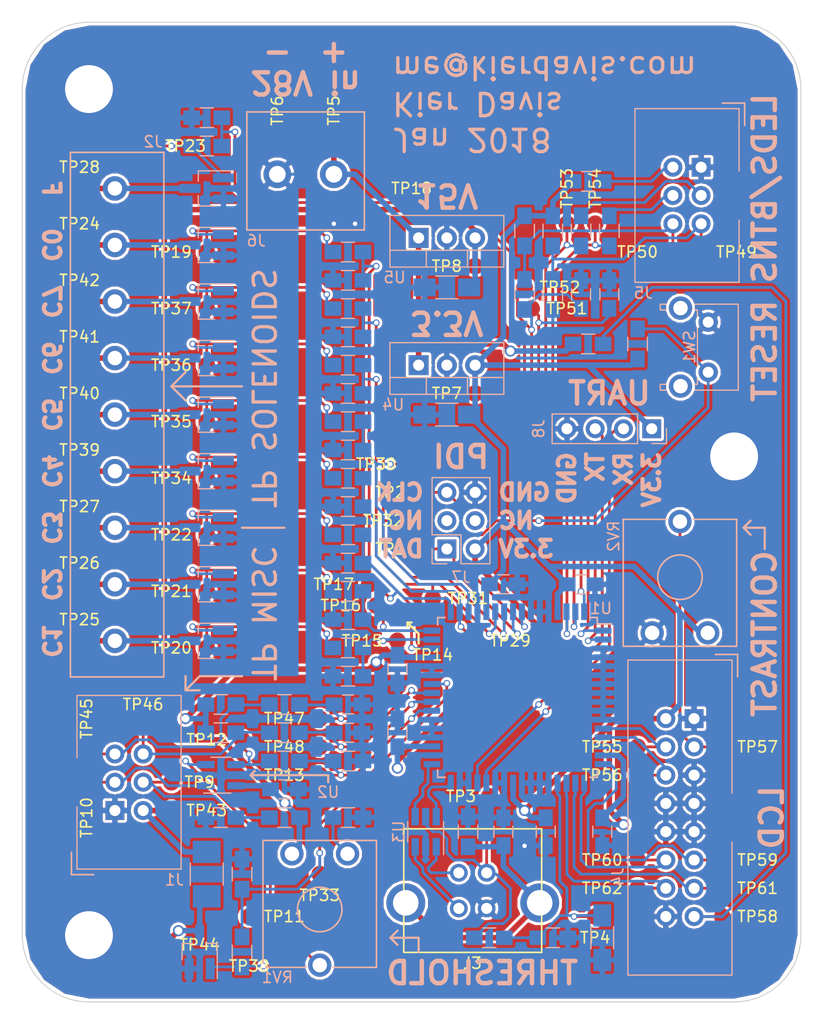
<source format=kicad_pcb>
(kicad_pcb (version 4) (host pcbnew 4.0.7)
  (layers (0 F.Cu signal) (31 B.Cu signal) (34 B.Paste user) (35 F.Paste user) (36 B.SilkS user) (37 F.SilkS user) (38 B.Mask user) (39 F.Mask user) (44 Edge.Cuts user))
  (net 0 "")
  (net 1 +3V3)
  (net 2 GND)
  (net 3 +15V)
  (net 4 /Microcontroller/USB_SHIELD)
  (net 5 USB_SENSE)
  (net 6 LOW_TAPE)
  (net 7 NO_TAPE)
  (net 8 CONFIRM_n)
  (net 9 CANCEL_n)
  (net 10 ENABLE_RELAY)
  (net 11 SYNC_COIL+)
  (net 12 SYNC_COIL-)
  (net 13 /TapePunchConnector/LOW_TAPE_RAW)
  (net 14 /TapePunchConnector/NO_TAPE_RAW)
  (net 15 FEED_SOL)
  (net 16 CODE0_SOL)
  (net 17 CODE7_SOL)
  (net 18 CODE6_SOL)
  (net 19 CODE5_SOL)
  (net 20 CODE4_SOL)
  (net 21 CODE3_SOL)
  (net 22 CODE2_SOL)
  (net 23 CODE1_SOL)
  (net 24 /Microcontroller/USB_UNP_D+)
  (net 25 /Microcontroller/USB_UNP_D-)
  (net 26 /Microcontroller/USB_VBUS)
  (net 27 /Controls/LCD_V0)
  (net 28 LCD_RS)
  (net 29 LCD_E)
  (net 30 LCD_DB4)
  (net 31 LCD_DB5)
  (net 32 LCD_DB6)
  (net 33 LCD_DB7)
  (net 34 /Controls/LCD_BLA)
  (net 35 "Net-(J5-Pad2)")
  (net 36 "Net-(J5-Pad3)")
  (net 37 "Net-(J5-Pad4)")
  (net 38 /Controls/CONFIRM_n_RAW)
  (net 39 /Controls/CANCEL_n_RAW)
  (net 40 +28V)
  (net 41 PDI_DATA)
  (net 42 "Net-(J7-Pad3)")
  (net 43 "Net-(J7-Pad4)")
  (net 44 RESET_n/PDI_CLK)
  (net 45 UART_RX)
  (net 46 UART_TX)
  (net 47 /SolenoidDrivers/CODE1_GATE)
  (net 48 /SolenoidDrivers/CODE2_GATE)
  (net 49 /SolenoidDrivers/CODE3_GATE)
  (net 50 /SolenoidDrivers/CODE4_GATE)
  (net 51 /SolenoidDrivers/CODE5_GATE)
  (net 52 /SolenoidDrivers/CODE6_GATE)
  (net 53 /SolenoidDrivers/CODE7_GATE)
  (net 54 /SolenoidDrivers/CODE0_GATE)
  (net 55 /SolenoidDrivers/FEED_GATE)
  (net 56 /SolenoidDrivers/ENABLE_GATE)
  (net 57 /SolenoidDrivers/ENABLE_DRAIN)
  (net 58 "Net-(R10-Pad2)")
  (net 59 CODE1_SIG)
  (net 60 CODE2_SIG)
  (net 61 CODE3_SIG)
  (net 62 CODE4_SIG)
  (net 63 CODE5_SIG)
  (net 64 CODE6_SIG)
  (net 65 CODE7_SIG)
  (net 66 CODE0_SIG)
  (net 67 FEED_SIG)
  (net 68 ENABLE_SIG)
  (net 69 SYNC)
  (net 70 /FeedbackSignalProcessing/SYNC_RAW)
  (net 71 STAT_GRN)
  (net 72 STAT_RED)
  (net 73 /FeedbackSignalProcessing/SYNC_THRESHOLD)
  (net 74 USB_D-)
  (net 75 USB_D+)
  (module Local:Amphenol_T821116A1S100CEU (layer B.Cu) (at 152.4 82.55 180)
    (fp_text reference J4 (at 6.858 -14.224 270) (layer B.SilkS) (effects (justify mirror)))
    (fp_text value Conn_01x16 hide)
    (pad 1 thru_hole rect (at 0 0 180) (size 1.7 1.7) (drill 1) (layers *.Cu *.Mask) (net 2 GND))
    (pad 2 thru_hole oval (at 2.54 0 180) (size 1.7 1.7) (drill 1) (layers *.Cu *.Mask) (net 1 +3V3))
    (pad 3 thru_hole oval (at 0 -2.54 180) (size 1.7 1.7) (drill 1) (layers *.Cu *.Mask) (net 27 /Controls/LCD_V0))
    (pad 4 thru_hole oval (at 2.54 -2.54 180) (size 1.7 1.7) (drill 1) (layers *.Cu *.Mask) (net 28 LCD_RS))
    (pad 5 thru_hole oval (at 0 -5.08 180) (size 1.7 1.7) (drill 1) (layers *.Cu *.Mask) (net 2 GND))
    (pad 6 thru_hole oval (at 2.54 -5.08 180) (size 1.7 1.7) (drill 1) (layers *.Cu *.Mask) (net 29 LCD_E))
    (pad 7 thru_hole oval (at 0 -7.62 180) (size 1.7 1.7) (drill 1) (layers *.Cu *.Mask) (net 2 GND))
    (pad 8 thru_hole oval (at 2.54 -7.62 180) (size 1.7 1.7) (drill 1) (layers *.Cu *.Mask) (net 2 GND))
    (pad 9 thru_hole oval (at 0 -10.16 180) (size 1.7 1.7) (drill 1) (layers *.Cu *.Mask) (net 2 GND))
    (pad 10 thru_hole oval (at 2.54 -10.16 180) (size 1.7 1.7) (drill 1) (layers *.Cu *.Mask) (net 2 GND))
    (pad 11 thru_hole oval (at 0 -12.7 180) (size 1.7 1.7) (drill 1) (layers *.Cu *.Mask) (net 30 LCD_DB4))
    (pad 12 thru_hole oval (at 2.54 -12.7 180) (size 1.7 1.7) (drill 1) (layers *.Cu *.Mask) (net 31 LCD_DB5))
    (pad 13 thru_hole oval (at 0 -15.24 180) (size 1.7 1.7) (drill 1) (layers *.Cu *.Mask) (net 32 LCD_DB6))
    (pad 14 thru_hole oval (at 2.54 -15.24 180) (size 1.7 1.7) (drill 1) (layers *.Cu *.Mask) (net 33 LCD_DB7))
    (pad 15 thru_hole oval (at 0 -17.78 180) (size 1.7 1.7) (drill 1) (layers *.Cu *.Mask) (net 34 /Controls/LCD_BLA))
    (pad 16 thru_hole oval (at 2.54 -17.78 180) (size 1.7 1.7) (drill 1) (layers *.Cu *.Mask) (net 2 GND))
  )
  (module TO_SOT_Packages_SMD:SOT-23-6_Handsoldering (layer B.Cu) (at 128.27 92.71 90)
    (fp_text reference U3 (at 0 -2.413 90) (layer B.SilkS) (effects (justify mirror)))
    (fp_text value USBLC6-2SC6 hide)
    (pad 1 smd rect (at -1.35 0.95 90) (size 1.56 0.65) (layers B.Cu B.Paste B.Mask) (net 25 /Microcontroller/USB_UNP_D-))
    (pad 2 smd rect (at -1.35 0 90) (size 1.56 0.65) (layers B.Cu B.Paste B.Mask) (net 2 GND))
    (pad 3 smd rect (at -1.35 -0.95 90) (size 1.56 0.65) (layers B.Cu B.Paste B.Mask) (net 24 /Microcontroller/USB_UNP_D+))
    (pad 4 smd rect (at 1.35 -0.95 90) (size 1.56 0.65) (layers B.Cu B.Paste B.Mask) (net 75 USB_D+))
    (pad 6 smd rect (at 1.35 0.95 90) (size 1.56 0.65) (layers B.Cu B.Paste B.Mask) (net 74 USB_D-))
    (pad 5 smd rect (at 1.35 0 90) (size 1.56 0.65) (layers B.Cu B.Paste B.Mask) (net 26 /Microcontroller/USB_VBUS))
  )
  (module Housings_QFP:TQFP-64_14x14mm_Pitch0.8mm (layer B.Cu) (at 136.525 80.645 180)
    (fp_text reference U1 (at -7.5 8 180) (layer B.SilkS) (effects (justify mirror)))
    (fp_text value ATXMEGA192C3-AU hide)
    (pad 1 smd rect (at -7.7 6 180) (size 1.5 0.55) (layers B.Cu B.Paste B.Mask) (net 71 STAT_GRN))
    (pad 2 smd rect (at -7.7 5.2 180) (size 1.5 0.55) (layers B.Cu B.Paste B.Mask) (net 72 STAT_RED))
    (pad 3 smd rect (at -7.7 4.4 180) (size 1.5 0.55) (layers B.Cu B.Paste B.Mask) (net 2 GND))
    (pad 4 smd rect (at -7.7 3.6 180) (size 1.5 0.55) (layers B.Cu B.Paste B.Mask) (net 2 GND))
    (pad 5 smd rect (at -7.7 2.8 180) (size 1.5 0.55) (layers B.Cu B.Paste B.Mask) (net 2 GND))
    (pad 6 smd rect (at -7.7 2 180) (size 1.5 0.55) (layers B.Cu B.Paste B.Mask) (net 2 GND))
    (pad 7 smd rect (at -7.7 1.2 180) (size 1.5 0.55) (layers B.Cu B.Paste B.Mask) (net 2 GND))
    (pad 8 smd rect (at -7.7 0.4 180) (size 1.5 0.55) (layers B.Cu B.Paste B.Mask) (net 2 GND))
    (pad 9 smd rect (at -7.7 -0.4 180) (size 1.5 0.55) (layers B.Cu B.Paste B.Mask) (net 2 GND))
    (pad 10 smd rect (at -7.7 -1.2 180) (size 1.5 0.55) (layers B.Cu B.Paste B.Mask) (net 2 GND))
    (pad 11 smd rect (at -7.7 -2 180) (size 1.5 0.55) (layers B.Cu B.Paste B.Mask) (net 2 GND))
    (pad 12 smd rect (at -7.7 -2.8 180) (size 1.5 0.55) (layers B.Cu B.Paste B.Mask) (net 28 LCD_RS))
    (pad 13 smd rect (at -7.7 -3.6 180) (size 1.5 0.55) (layers B.Cu B.Paste B.Mask) (net 29 LCD_E))
    (pad 14 smd rect (at -7.7 -4.4 180) (size 1.5 0.55) (layers B.Cu B.Paste B.Mask) (net 2 GND))
    (pad 15 smd rect (at -7.7 -5.2 180) (size 1.5 0.55) (layers B.Cu B.Paste B.Mask) (net 1 +3V3))
    (pad 16 smd rect (at -7.7 -6 180) (size 1.5 0.55) (layers B.Cu B.Paste B.Mask) (net 30 LCD_DB4))
    (pad 17 smd rect (at -6 -7.7 90) (size 1.5 0.55) (layers B.Cu B.Paste B.Mask) (net 31 LCD_DB5))
    (pad 18 smd rect (at -5.2 -7.7 90) (size 1.5 0.55) (layers B.Cu B.Paste B.Mask) (net 32 LCD_DB6))
    (pad 19 smd rect (at -4.4 -7.7 90) (size 1.5 0.55) (layers B.Cu B.Paste B.Mask) (net 33 LCD_DB7))
    (pad 20 smd rect (at -3.6 -7.7 90) (size 1.5 0.55) (layers B.Cu B.Paste B.Mask) (net 5 USB_SENSE))
    (pad 21 smd rect (at -2.8 -7.7 90) (size 1.5 0.55) (layers B.Cu B.Paste B.Mask) (net 2 GND))
    (pad 22 smd rect (at -2 -7.7 90) (size 1.5 0.55) (layers B.Cu B.Paste B.Mask) (net 2 GND))
    (pad 23 smd rect (at -1.2 -7.7 90) (size 1.5 0.55) (layers B.Cu B.Paste B.Mask) (net 2 GND))
    (pad 24 smd rect (at -0.4 -7.7 90) (size 1.5 0.55) (layers B.Cu B.Paste B.Mask) (net 2 GND))
    (pad 25 smd rect (at 0.4 -7.7 90) (size 1.5 0.55) (layers B.Cu B.Paste B.Mask) (net 1 +3V3))
    (pad 26 smd rect (at 1.2 -7.7 90) (size 1.5 0.55) (layers B.Cu B.Paste B.Mask) (net 2 GND))
    (pad 27 smd rect (at 2 -7.7 90) (size 1.5 0.55) (layers B.Cu B.Paste B.Mask) (net 2 GND))
    (pad 28 smd rect (at 2.8 -7.7 90) (size 1.5 0.55) (layers B.Cu B.Paste B.Mask) (net 45 UART_RX))
    (pad 29 smd rect (at 3.6 -7.7 90) (size 1.5 0.55) (layers B.Cu B.Paste B.Mask) (net 46 UART_TX))
    (pad 30 smd rect (at 4.4 -7.7 90) (size 1.5 0.55) (layers B.Cu B.Paste B.Mask) (net 2 GND))
    (pad 31 smd rect (at 5.2 -7.7 90) (size 1.5 0.55) (layers B.Cu B.Paste B.Mask) (net 2 GND))
    (pad 32 smd rect (at 6 -7.7 90) (size 1.5 0.55) (layers B.Cu B.Paste B.Mask) (net 74 USB_D-))
    (pad 33 smd rect (at 7.7 -6 180) (size 1.5 0.55) (layers B.Cu B.Paste B.Mask) (net 75 USB_D+))
    (pad 34 smd rect (at 7.7 -5.2 180) (size 1.5 0.55) (layers B.Cu B.Paste B.Mask) (net 2 GND))
    (pad 35 smd rect (at 7.7 -4.4 180) (size 1.5 0.55) (layers B.Cu B.Paste B.Mask) (net 1 +3V3))
    (pad 36 smd rect (at 7.7 -3.6 180) (size 1.5 0.55) (layers B.Cu B.Paste B.Mask) (net 2 GND))
    (pad 37 smd rect (at 7.7 -2.8 180) (size 1.5 0.55) (layers B.Cu B.Paste B.Mask) (net 2 GND))
    (pad 38 smd rect (at 7.7 -2 180) (size 1.5 0.55) (layers B.Cu B.Paste B.Mask) (net 2 GND))
    (pad 39 smd rect (at 7.7 -1.2 180) (size 1.5 0.55) (layers B.Cu B.Paste B.Mask) (net 69 SYNC))
    (pad 40 smd rect (at 7.7 -0.4 180) (size 1.5 0.55) (layers B.Cu B.Paste B.Mask) (net 7 NO_TAPE))
    (pad 41 smd rect (at 7.7 0.4 180) (size 1.5 0.55) (layers B.Cu B.Paste B.Mask) (net 6 LOW_TAPE))
    (pad 42 smd rect (at 7.7 1.2 180) (size 1.5 0.55) (layers B.Cu B.Paste B.Mask) (net 68 ENABLE_SIG))
    (pad 43 smd rect (at 7.7 2 180) (size 1.5 0.55) (layers B.Cu B.Paste B.Mask) (net 2 GND))
    (pad 44 smd rect (at 7.7 2.8 180) (size 1.5 0.55) (layers B.Cu B.Paste B.Mask) (net 2 GND))
    (pad 45 smd rect (at 7.7 3.6 180) (size 1.5 0.55) (layers B.Cu B.Paste B.Mask) (net 1 +3V3))
    (pad 46 smd rect (at 7.7 4.4 180) (size 1.5 0.55) (layers B.Cu B.Paste B.Mask) (net 66 CODE0_SIG))
    (pad 47 smd rect (at 7.7 5.2 180) (size 1.5 0.55) (layers B.Cu B.Paste B.Mask) (net 59 CODE1_SIG))
    (pad 48 smd rect (at 7.7 6 180) (size 1.5 0.55) (layers B.Cu B.Paste B.Mask) (net 60 CODE2_SIG))
    (pad 49 smd rect (at 6 7.7 90) (size 1.5 0.55) (layers B.Cu B.Paste B.Mask) (net 61 CODE3_SIG))
    (pad 50 smd rect (at 5.2 7.7 90) (size 1.5 0.55) (layers B.Cu B.Paste B.Mask) (net 62 CODE4_SIG))
    (pad 51 smd rect (at 4.4 7.7 90) (size 1.5 0.55) (layers B.Cu B.Paste B.Mask) (net 63 CODE5_SIG))
    (pad 52 smd rect (at 3.6 7.7 90) (size 1.5 0.55) (layers B.Cu B.Paste B.Mask) (net 2 GND))
    (pad 53 smd rect (at 2.8 7.7 90) (size 1.5 0.55) (layers B.Cu B.Paste B.Mask) (net 1 +3V3))
    (pad 54 smd rect (at 2 7.7 90) (size 1.5 0.55) (layers B.Cu B.Paste B.Mask) (net 64 CODE6_SIG))
    (pad 55 smd rect (at 1.2 7.7 90) (size 1.5 0.55) (layers B.Cu B.Paste B.Mask) (net 65 CODE7_SIG))
    (pad 56 smd rect (at 0.4 7.7 90) (size 1.5 0.55) (layers B.Cu B.Paste B.Mask) (net 41 PDI_DATA))
    (pad 57 smd rect (at -0.4 7.7 90) (size 1.5 0.55) (layers B.Cu B.Paste B.Mask) (net 44 RESET_n/PDI_CLK))
    (pad 58 smd rect (at -1.2 7.7 90) (size 1.5 0.55) (layers B.Cu B.Paste B.Mask) (net 2 GND))
    (pad 59 smd rect (at -2 7.7 90) (size 1.5 0.55) (layers B.Cu B.Paste B.Mask) (net 2 GND))
    (pad 60 smd rect (at -2.8 7.7 90) (size 1.5 0.55) (layers B.Cu B.Paste B.Mask) (net 2 GND))
    (pad 61 smd rect (at -3.6 7.7 90) (size 1.5 0.55) (layers B.Cu B.Paste B.Mask) (net 1 +3V3))
    (pad 62 smd rect (at -4.4 7.7 90) (size 1.5 0.55) (layers B.Cu B.Paste B.Mask) (net 67 FEED_SIG))
    (pad 63 smd rect (at -5.2 7.7 90) (size 1.5 0.55) (layers B.Cu B.Paste B.Mask) (net 9 CANCEL_n))
    (pad 64 smd rect (at -6 7.7 90) (size 1.5 0.55) (layers B.Cu B.Paste B.Mask) (net 8 CONFIRM_n))
  )
  (module Capacitors_SMD:C_0805_HandSoldering (layer B.Cu) (at 144.145 92.71 270)
    (fp_text reference C1 hide)
    (fp_text value 100n)
    (pad 1 smd rect (at -1.25 0 270) (size 1.5 1.25) (layers B.Cu B.Paste B.Mask) (net 1 +3V3))
    (pad 2 smd rect (at 1.25 0 270) (size 1.5 1.25) (layers B.Cu B.Paste B.Mask) (net 2 GND))
  )
  (module Capacitors_SMD:C_0805_HandSoldering (layer B.Cu) (at 139.065 92.71 270)
    (fp_text reference C2 hide)
    (fp_text value 100n)
    (pad 1 smd rect (at -1.25 0 270) (size 1.5 1.25) (layers B.Cu B.Paste B.Mask) (net 1 +3V3))
    (pad 2 smd rect (at 1.25 0 270) (size 1.5 1.25) (layers B.Cu B.Paste B.Mask) (net 2 GND))
  )
  (module Capacitors_SMD:C_0805_HandSoldering (layer B.Cu) (at 125.73 83.82 90)
    (fp_text reference C3 hide)
    (fp_text value 100n)
    (pad 1 smd rect (at -1.25 0 90) (size 1.5 1.25) (layers B.Cu B.Paste B.Mask) (net 1 +3V3))
    (pad 2 smd rect (at 1.25 0 90) (size 1.5 1.25) (layers B.Cu B.Paste B.Mask) (net 2 GND))
  )
  (module Capacitors_SMD:C_0805_HandSoldering (layer B.Cu) (at 125.73 78.105 270)
    (fp_text reference C4 hide)
    (fp_text value 100n)
    (pad 1 smd rect (at -1.25 0 270) (size 1.5 1.25) (layers B.Cu B.Paste B.Mask) (net 1 +3V3))
    (pad 2 smd rect (at 1.25 0 270) (size 1.5 1.25) (layers B.Cu B.Paste B.Mask) (net 2 GND))
  )
  (module Capacitors_SMD:C_0805_HandSoldering (layer B.Cu) (at 135.255 70.485)
    (fp_text reference C5 hide)
    (fp_text value 100n)
    (pad 1 smd rect (at -1.25 0) (size 1.5 1.25) (layers B.Cu B.Paste B.Mask) (net 1 +3V3))
    (pad 2 smd rect (at 1.25 0) (size 1.5 1.25) (layers B.Cu B.Paste B.Mask) (net 2 GND))
  )
  (module Capacitors_SMD:C_0805_HandSoldering (layer B.Cu) (at 142.24 70.485)
    (fp_text reference C6 hide)
    (fp_text value 100n)
    (pad 1 smd rect (at -1.25 0) (size 1.5 1.25) (layers B.Cu B.Paste B.Mask) (net 1 +3V3))
    (pad 2 smd rect (at 1.25 0) (size 1.5 1.25) (layers B.Cu B.Paste B.Mask) (net 2 GND))
  )
  (module Capacitors_SMD:C_0805_HandSoldering (layer B.Cu) (at 115.57 88.9)
    (fp_text reference C7 hide)
    (fp_text value 100n)
    (pad 1 smd rect (at -1.25 0) (size 1.5 1.25) (layers B.Cu B.Paste B.Mask) (net 3 +15V))
    (pad 2 smd rect (at 1.25 0) (size 1.5 1.25) (layers B.Cu B.Paste B.Mask) (net 2 GND))
  )
  (module Capacitors_SMD:C_0805_HandSoldering (layer B.Cu) (at 135.255 92.71 270)
    (fp_text reference C8 hide)
    (fp_text value 4.7n)
    (pad 1 smd rect (at -1.25 0 270) (size 1.5 1.25) (layers B.Cu B.Paste B.Mask) (net 2 GND))
    (pad 2 smd rect (at 1.25 0 270) (size 1.5 1.25) (layers B.Cu B.Paste B.Mask) (net 4 /Microcontroller/USB_SHIELD))
  )
  (module Capacitors_SMD:C_1206_HandSoldering (layer B.Cu) (at 144.145 102.235 90)
    (fp_text reference C9 hide)
    (fp_text value 10u)
    (pad 1 smd rect (at -2 0 90) (size 2 1.6) (layers B.Cu B.Paste B.Mask) (net 2 GND))
    (pad 2 smd rect (at 2 0 90) (size 2 1.6) (layers B.Cu B.Paste B.Mask) (net 5 USB_SENSE))
  )
  (module Capacitors_SMD:C_1206_HandSoldering (layer B.Cu) (at 130.175 55.245)
    (fp_text reference C10 hide)
    (fp_text value 10u)
    (pad 1 smd rect (at -2 0) (size 2 1.6) (layers B.Cu B.Paste B.Mask) (net 2 GND))
    (pad 2 smd rect (at 2 0) (size 2 1.6) (layers B.Cu B.Paste B.Mask) (net 1 +3V3))
  )
  (module Capacitors_SMD:C_1206_HandSoldering (layer B.Cu) (at 130.175 43.815)
    (fp_text reference C11 hide)
    (fp_text value 10u)
    (pad 1 smd rect (at -2 0) (size 2 1.6) (layers B.Cu B.Paste B.Mask) (net 2 GND))
    (pad 2 smd rect (at 2 0) (size 2 1.6) (layers B.Cu B.Paste B.Mask) (net 3 +15V))
  )
  (module Capacitors_SMD:C_0805_HandSoldering (layer B.Cu) (at 121.285 81.28)
    (fp_text reference C12 hide)
    (fp_text value 100n)
    (pad 1 smd rect (at -1.25 0) (size 1.5 1.25) (layers B.Cu B.Paste B.Mask) (net 6 LOW_TAPE))
    (pad 2 smd rect (at 1.25 0) (size 1.5 1.25) (layers B.Cu B.Paste B.Mask) (net 2 GND))
  )
  (module Capacitors_SMD:C_0805_HandSoldering (layer B.Cu) (at 121.285 83.82)
    (fp_text reference C13 hide)
    (fp_text value 100n)
    (pad 1 smd rect (at -1.25 0) (size 1.5 1.25) (layers B.Cu B.Paste B.Mask) (net 7 NO_TAPE))
    (pad 2 smd rect (at 1.25 0) (size 1.5 1.25) (layers B.Cu B.Paste B.Mask) (net 2 GND))
  )
  (module Capacitors_SMD:C_0805_HandSoldering (layer B.Cu) (at 144.78 44.45 270)
    (fp_text reference C14 hide)
    (fp_text value 100n)
    (pad 1 smd rect (at -1.25 0 270) (size 1.5 1.25) (layers B.Cu B.Paste B.Mask) (net 2 GND))
    (pad 2 smd rect (at 1.25 0 270) (size 1.5 1.25) (layers B.Cu B.Paste B.Mask) (net 8 CONFIRM_n))
  )
  (module Capacitors_SMD:C_0805_HandSoldering (layer B.Cu) (at 142.24 44.45 270)
    (fp_text reference C15 hide)
    (fp_text value 100n)
    (pad 1 smd rect (at -1.25 0 270) (size 1.5 1.25) (layers B.Cu B.Paste B.Mask) (net 2 GND))
    (pad 2 smd rect (at 1.25 0 270) (size 1.5 1.25) (layers B.Cu B.Paste B.Mask) (net 9 CANCEL_n))
  )
  (module Local:Amphenol_T821106A1S100CEU (layer B.Cu) (at 100.33 90.805)
    (fp_text reference J1 (at 5.334 6.223) (layer B.SilkS) (effects (justify mirror)))
    (fp_text value Conn_01x06 hide)
    (pad 1 thru_hole rect (at 0 0) (size 1.7 1.7) (drill 1) (layers *.Cu *.Mask) (net 2 GND))
    (pad 2 thru_hole oval (at 2.54 0) (size 1.7 1.7) (drill 1) (layers *.Cu *.Mask) (net 10 ENABLE_RELAY))
    (pad 3 thru_hole oval (at 0 -2.54) (size 1.7 1.7) (drill 1) (layers *.Cu *.Mask) (net 11 SYNC_COIL+))
    (pad 4 thru_hole oval (at 2.54 -2.54) (size 1.7 1.7) (drill 1) (layers *.Cu *.Mask) (net 12 SYNC_COIL-))
    (pad 5 thru_hole oval (at 0 -5.08) (size 1.7 1.7) (drill 1) (layers *.Cu *.Mask) (net 13 /TapePunchConnector/LOW_TAPE_RAW))
    (pad 6 thru_hole oval (at 2.54 -5.08) (size 1.7 1.7) (drill 1) (layers *.Cu *.Mask) (net 14 /TapePunchConnector/NO_TAPE_RAW))
  )
  (module Local:Amphenol_T821106A1S100CEU (layer B.Cu) (at 153.035 33.02 180)
    (fp_text reference J5 (at 5.207 -11.303 180) (layer B.SilkS) (effects (justify mirror)))
    (fp_text value Conn_01x06 hide)
    (pad 1 thru_hole rect (at 0 0 180) (size 1.7 1.7) (drill 1) (layers *.Cu *.Mask) (net 2 GND))
    (pad 2 thru_hole oval (at 2.54 0 180) (size 1.7 1.7) (drill 1) (layers *.Cu *.Mask) (net 35 "Net-(J5-Pad2)"))
    (pad 3 thru_hole oval (at 0 -2.54 180) (size 1.7 1.7) (drill 1) (layers *.Cu *.Mask) (net 36 "Net-(J5-Pad3)"))
    (pad 4 thru_hole oval (at 2.54 -2.54 180) (size 1.7 1.7) (drill 1) (layers *.Cu *.Mask) (net 37 "Net-(J5-Pad4)"))
    (pad 5 thru_hole oval (at 0 -5.08 180) (size 1.7 1.7) (drill 1) (layers *.Cu *.Mask) (net 38 /Controls/CONFIRM_n_RAW))
    (pad 6 thru_hole oval (at 2.54 -5.08 180) (size 1.7 1.7) (drill 1) (layers *.Cu *.Mask) (net 39 /Controls/CANCEL_n_RAW))
  )
  (module Pin_Headers:Pin_Header_Straight_2x03_Pitch2.54mm (layer B.Cu) (at 130.175 67.31)
    (fp_text reference J7 (at 1.27 2.54) (layer B.SilkS) (effects (justify mirror)))
    (fp_text value Conn_02x03_Odd_Even hide)
    (pad 1 thru_hole rect (at 0 0) (size 1.7 1.7) (drill 1) (layers *.Cu *.Mask) (net 41 PDI_DATA))
    (pad 2 thru_hole oval (at 2.54 0) (size 1.7 1.7) (drill 1) (layers *.Cu *.Mask) (net 1 +3V3))
    (pad 3 thru_hole oval (at 0 -2.54) (size 1.7 1.7) (drill 1) (layers *.Cu *.Mask) (net 42 "Net-(J7-Pad3)"))
    (pad 4 thru_hole oval (at 2.54 -2.54) (size 1.7 1.7) (drill 1) (layers *.Cu *.Mask) (net 43 "Net-(J7-Pad4)"))
    (pad 5 thru_hole oval (at 0 -5.08) (size 1.7 1.7) (drill 1) (layers *.Cu *.Mask) (net 44 RESET_n/PDI_CLK))
    (pad 6 thru_hole oval (at 2.54 -5.08) (size 1.7 1.7) (drill 1) (layers *.Cu *.Mask) (net 2 GND))
  )
  (module Pin_Headers:Pin_Header_Straight_1x04_Pitch2.54mm (layer B.Cu) (at 148.59 56.515 90)
    (fp_text reference J8 (at 0 -10.16 90) (layer B.SilkS) (effects (justify mirror)))
    (fp_text value Conn_01x04 hide)
    (pad 1 thru_hole rect (at 0 0 90) (size 1.7 1.7) (drill 1) (layers *.Cu *.Mask) (net 1 +3V3))
    (pad 2 thru_hole oval (at 0 -2.54 90) (size 1.7 1.7) (drill 1) (layers *.Cu *.Mask) (net 45 UART_RX))
    (pad 3 thru_hole oval (at 0 -5.08 90) (size 1.7 1.7) (drill 1) (layers *.Cu *.Mask) (net 46 UART_TX))
    (pad 4 thru_hole oval (at 0 -7.62 90) (size 1.7 1.7) (drill 1) (layers *.Cu *.Mask) (net 2 GND))
  )
  (module TO_SOT_Packages_SMD:SOT-23_Handsoldering (layer B.Cu) (at 108.585 75.565 180)
    (fp_text reference Q1 hide)
    (fp_text value IRLML0060 hide)
    (pad 1 smd rect (at -1.5 0.95 180) (size 1.9 0.8) (layers B.Cu B.Paste B.Mask) (net 47 /SolenoidDrivers/CODE1_GATE))
    (pad 2 smd rect (at -1.5 -0.95 180) (size 1.9 0.8) (layers B.Cu B.Paste B.Mask) (net 2 GND))
    (pad 3 smd rect (at 1.5 0 180) (size 1.9 0.8) (layers B.Cu B.Paste B.Mask) (net 23 CODE1_SOL))
  )
  (module TO_SOT_Packages_SMD:SOT-23_Handsoldering (layer B.Cu) (at 108.585 70.485 180)
    (fp_text reference Q2 hide)
    (fp_text value IRLML0060 hide)
    (pad 1 smd rect (at -1.5 0.95 180) (size 1.9 0.8) (layers B.Cu B.Paste B.Mask) (net 48 /SolenoidDrivers/CODE2_GATE))
    (pad 2 smd rect (at -1.5 -0.95 180) (size 1.9 0.8) (layers B.Cu B.Paste B.Mask) (net 2 GND))
    (pad 3 smd rect (at 1.5 0 180) (size 1.9 0.8) (layers B.Cu B.Paste B.Mask) (net 22 CODE2_SOL))
  )
  (module TO_SOT_Packages_SMD:SOT-23_Handsoldering (layer B.Cu) (at 108.585 65.405 180)
    (fp_text reference Q3 hide)
    (fp_text value IRLML0060 hide)
    (pad 1 smd rect (at -1.5 0.95 180) (size 1.9 0.8) (layers B.Cu B.Paste B.Mask) (net 49 /SolenoidDrivers/CODE3_GATE))
    (pad 2 smd rect (at -1.5 -0.95 180) (size 1.9 0.8) (layers B.Cu B.Paste B.Mask) (net 2 GND))
    (pad 3 smd rect (at 1.5 0 180) (size 1.9 0.8) (layers B.Cu B.Paste B.Mask) (net 21 CODE3_SOL))
  )
  (module TO_SOT_Packages_SMD:SOT-23_Handsoldering (layer B.Cu) (at 108.585 60.325 180)
    (fp_text reference Q4 hide)
    (fp_text value IRLML0060 hide)
    (pad 1 smd rect (at -1.5 0.95 180) (size 1.9 0.8) (layers B.Cu B.Paste B.Mask) (net 50 /SolenoidDrivers/CODE4_GATE))
    (pad 2 smd rect (at -1.5 -0.95 180) (size 1.9 0.8) (layers B.Cu B.Paste B.Mask) (net 2 GND))
    (pad 3 smd rect (at 1.5 0 180) (size 1.9 0.8) (layers B.Cu B.Paste B.Mask) (net 20 CODE4_SOL))
  )
  (module TO_SOT_Packages_SMD:SOT-23_Handsoldering (layer B.Cu) (at 108.585 55.245 180)
    (fp_text reference Q5 hide)
    (fp_text value IRLML0060 hide)
    (pad 1 smd rect (at -1.5 0.95 180) (size 1.9 0.8) (layers B.Cu B.Paste B.Mask) (net 51 /SolenoidDrivers/CODE5_GATE))
    (pad 2 smd rect (at -1.5 -0.95 180) (size 1.9 0.8) (layers B.Cu B.Paste B.Mask) (net 2 GND))
    (pad 3 smd rect (at 1.5 0 180) (size 1.9 0.8) (layers B.Cu B.Paste B.Mask) (net 19 CODE5_SOL))
  )
  (module TO_SOT_Packages_SMD:SOT-23_Handsoldering (layer B.Cu) (at 108.585 50.165 180)
    (fp_text reference Q6 hide)
    (fp_text value IRLML0060 hide)
    (pad 1 smd rect (at -1.5 0.95 180) (size 1.9 0.8) (layers B.Cu B.Paste B.Mask) (net 52 /SolenoidDrivers/CODE6_GATE))
    (pad 2 smd rect (at -1.5 -0.95 180) (size 1.9 0.8) (layers B.Cu B.Paste B.Mask) (net 2 GND))
    (pad 3 smd rect (at 1.5 0 180) (size 1.9 0.8) (layers B.Cu B.Paste B.Mask) (net 18 CODE6_SOL))
  )
  (module TO_SOT_Packages_SMD:SOT-23_Handsoldering (layer B.Cu) (at 108.585 45.085 180)
    (fp_text reference Q7 hide)
    (fp_text value IRLML0060 hide)
    (pad 1 smd rect (at -1.5 0.95 180) (size 1.9 0.8) (layers B.Cu B.Paste B.Mask) (net 53 /SolenoidDrivers/CODE7_GATE))
    (pad 2 smd rect (at -1.5 -0.95 180) (size 1.9 0.8) (layers B.Cu B.Paste B.Mask) (net 2 GND))
    (pad 3 smd rect (at 1.5 0 180) (size 1.9 0.8) (layers B.Cu B.Paste B.Mask) (net 17 CODE7_SOL))
  )
  (module TO_SOT_Packages_SMD:SOT-23_Handsoldering (layer B.Cu) (at 108.585 40.005 180)
    (fp_text reference Q8 hide)
    (fp_text value IRLML0060 hide)
    (pad 1 smd rect (at -1.5 0.95 180) (size 1.9 0.8) (layers B.Cu B.Paste B.Mask) (net 54 /SolenoidDrivers/CODE0_GATE))
    (pad 2 smd rect (at -1.5 -0.95 180) (size 1.9 0.8) (layers B.Cu B.Paste B.Mask) (net 2 GND))
    (pad 3 smd rect (at 1.5 0 180) (size 1.9 0.8) (layers B.Cu B.Paste B.Mask) (net 16 CODE0_SOL))
  )
  (module TO_SOT_Packages_SMD:SOT-23_Handsoldering (layer B.Cu) (at 108.585 34.925 180)
    (fp_text reference Q9 hide)
    (fp_text value IRLML0060 hide)
    (pad 1 smd rect (at -1.5 0.95 180) (size 1.9 0.8) (layers B.Cu B.Paste B.Mask) (net 55 /SolenoidDrivers/FEED_GATE))
    (pad 2 smd rect (at -1.5 -0.95 180) (size 1.9 0.8) (layers B.Cu B.Paste B.Mask) (net 2 GND))
    (pad 3 smd rect (at 1.5 0 180) (size 1.9 0.8) (layers B.Cu B.Paste B.Mask) (net 15 FEED_SOL))
  )
  (module TO_SOT_Packages_SMD:SOT-23_Handsoldering (layer B.Cu) (at 107.95 103.505 90)
    (fp_text reference Q10 hide)
    (fp_text value IRLML0060 hide)
    (pad 1 smd rect (at -1.5 0.95 90) (size 1.9 0.8) (layers B.Cu B.Paste B.Mask) (net 56 /SolenoidDrivers/ENABLE_GATE))
    (pad 2 smd rect (at -1.5 -0.95 90) (size 1.9 0.8) (layers B.Cu B.Paste B.Mask) (net 2 GND))
    (pad 3 smd rect (at 1.5 0 90) (size 1.9 0.8) (layers B.Cu B.Paste B.Mask) (net 57 /SolenoidDrivers/ENABLE_DRAIN))
  )
  (module Resistors_SMD:R_0805_HandSoldering (layer B.Cu) (at 132.08 92.71 90)
    (fp_text reference R1 hide)
    (fp_text value 1M)
    (pad 1 smd rect (at -1.35 0 90) (size 1.5 1.3) (layers B.Cu B.Paste B.Mask) (net 4 /Microcontroller/USB_SHIELD))
    (pad 2 smd rect (at 1.35 0 90) (size 1.5 1.3) (layers B.Cu B.Paste B.Mask) (net 2 GND))
  )
  (module Resistors_SMD:R_0805_HandSoldering (layer B.Cu) (at 133.985 102.235)
    (fp_text reference R2 hide)
    (fp_text value 1k)
    (pad 1 smd rect (at -1.35 0) (size 1.5 1.3) (layers B.Cu B.Paste B.Mask) (net 26 /Microcontroller/USB_VBUS))
    (pad 2 smd rect (at 1.35 0) (size 1.5 1.3) (layers B.Cu B.Paste B.Mask) (net 5 USB_SENSE))
  )
  (module Resistors_SMD:R_0805_HandSoldering (layer B.Cu) (at 139.7 102.235 180)
    (fp_text reference R3 hide)
    (fp_text value 1k)
    (pad 1 smd rect (at -1.35 0 180) (size 1.5 1.3) (layers B.Cu B.Paste B.Mask) (net 2 GND))
    (pad 2 smd rect (at 1.35 0 180) (size 1.5 1.3) (layers B.Cu B.Paste B.Mask) (net 5 USB_SENSE))
  )
  (module Resistors_SMD:R_0805_HandSoldering (layer B.Cu) (at 147.32 48.895 270)
    (fp_text reference R4 hide)
    (fp_text value 10k)
    (pad 1 smd rect (at -1.35 0 270) (size 1.5 1.3) (layers B.Cu B.Paste B.Mask) (net 44 RESET_n/PDI_CLK))
    (pad 2 smd rect (at 1.35 0 270) (size 1.5 1.3) (layers B.Cu B.Paste B.Mask) (net 1 +3V3))
  )
  (module Resistors_SMD:R_0805_HandSoldering (layer B.Cu) (at 115.57 91.44)
    (fp_text reference R8 hide)
    (fp_text value 1k)
    (pad 1 smd rect (at -1.35 0) (size 1.5 1.3) (layers B.Cu B.Paste B.Mask) (net 12 SYNC_COIL-))
    (pad 2 smd rect (at 1.35 0) (size 1.5 1.3) (layers B.Cu B.Paste B.Mask) (net 3 +15V))
  )
  (module Resistors_SMD:R_0805_HandSoldering (layer B.Cu) (at 109.855 91.44)
    (fp_text reference R9 hide)
    (fp_text value 1k)
    (pad 1 smd rect (at -1.35 0) (size 1.5 1.3) (layers B.Cu B.Paste B.Mask) (net 2 GND))
    (pad 2 smd rect (at 1.35 0) (size 1.5 1.3) (layers B.Cu B.Paste B.Mask) (net 12 SYNC_COIL-))
  )
  (module Resistors_SMD:R_0805_HandSoldering (layer B.Cu) (at 121.285 91.44 180)
    (fp_text reference R10 hide)
    (fp_text value 10k)
    (pad 1 smd rect (at -1.35 0 180) (size 1.5 1.3) (layers B.Cu B.Paste B.Mask) (net 2 GND))
    (pad 2 smd rect (at 1.35 0 180) (size 1.5 1.3) (layers B.Cu B.Paste B.Mask) (net 58 "Net-(R10-Pad2)"))
  )
  (module Resistors_SMD:R_0805_HandSoldering (layer B.Cu) (at 121.285 78.74 180)
    (fp_text reference R11 hide)
    (fp_text value 1M)
    (pad 1 smd rect (at -1.35 0 180) (size 1.5 1.3) (layers B.Cu B.Paste B.Mask) (net 59 CODE1_SIG))
    (pad 2 smd rect (at 1.35 0 180) (size 1.5 1.3) (layers B.Cu B.Paste B.Mask) (net 2 GND))
  )
  (module Resistors_SMD:R_0805_HandSoldering (layer B.Cu) (at 121.285 73.66 180)
    (fp_text reference R12 hide)
    (fp_text value 1M)
    (pad 1 smd rect (at -1.35 0 180) (size 1.5 1.3) (layers B.Cu B.Paste B.Mask) (net 60 CODE2_SIG))
    (pad 2 smd rect (at 1.35 0 180) (size 1.5 1.3) (layers B.Cu B.Paste B.Mask) (net 2 GND))
  )
  (module Resistors_SMD:R_0805_HandSoldering (layer B.Cu) (at 121.285 68.58 180)
    (fp_text reference R13 hide)
    (fp_text value 1M)
    (pad 1 smd rect (at -1.35 0 180) (size 1.5 1.3) (layers B.Cu B.Paste B.Mask) (net 61 CODE3_SIG))
    (pad 2 smd rect (at 1.35 0 180) (size 1.5 1.3) (layers B.Cu B.Paste B.Mask) (net 2 GND))
  )
  (module Resistors_SMD:R_0805_HandSoldering (layer B.Cu) (at 121.285 63.5 180)
    (fp_text reference R14 hide)
    (fp_text value 1M)
    (pad 1 smd rect (at -1.35 0 180) (size 1.5 1.3) (layers B.Cu B.Paste B.Mask) (net 62 CODE4_SIG))
    (pad 2 smd rect (at 1.35 0 180) (size 1.5 1.3) (layers B.Cu B.Paste B.Mask) (net 2 GND))
  )
  (module Resistors_SMD:R_0805_HandSoldering (layer B.Cu) (at 121.285 58.42 180)
    (fp_text reference R15 hide)
    (fp_text value 1M)
    (pad 1 smd rect (at -1.35 0 180) (size 1.5 1.3) (layers B.Cu B.Paste B.Mask) (net 63 CODE5_SIG))
    (pad 2 smd rect (at 1.35 0 180) (size 1.5 1.3) (layers B.Cu B.Paste B.Mask) (net 2 GND))
  )
  (module Resistors_SMD:R_0805_HandSoldering (layer B.Cu) (at 121.285 53.34 180)
    (fp_text reference R16 hide)
    (fp_text value 1M)
    (pad 1 smd rect (at -1.35 0 180) (size 1.5 1.3) (layers B.Cu B.Paste B.Mask) (net 64 CODE6_SIG))
    (pad 2 smd rect (at 1.35 0 180) (size 1.5 1.3) (layers B.Cu B.Paste B.Mask) (net 2 GND))
  )
  (module Resistors_SMD:R_0805_HandSoldering (layer B.Cu) (at 121.285 48.26 180)
    (fp_text reference R17 hide)
    (fp_text value 1M)
    (pad 1 smd rect (at -1.35 0 180) (size 1.5 1.3) (layers B.Cu B.Paste B.Mask) (net 65 CODE7_SIG))
    (pad 2 smd rect (at 1.35 0 180) (size 1.5 1.3) (layers B.Cu B.Paste B.Mask) (net 2 GND))
  )
  (module Resistors_SMD:R_0805_HandSoldering (layer B.Cu) (at 121.285 43.18 180)
    (fp_text reference R18 hide)
    (fp_text value 1M)
    (pad 1 smd rect (at -1.35 0 180) (size 1.5 1.3) (layers B.Cu B.Paste B.Mask) (net 66 CODE0_SIG))
    (pad 2 smd rect (at 1.35 0 180) (size 1.5 1.3) (layers B.Cu B.Paste B.Mask) (net 2 GND))
  )
  (module Resistors_SMD:R_0805_HandSoldering (layer B.Cu) (at 108.585 28.575 180)
    (fp_text reference R19 hide)
    (fp_text value 1M)
    (pad 1 smd rect (at -1.35 0 180) (size 1.5 1.3) (layers B.Cu B.Paste B.Mask) (net 67 FEED_SIG))
    (pad 2 smd rect (at 1.35 0 180) (size 1.5 1.3) (layers B.Cu B.Paste B.Mask) (net 2 GND))
  )
  (module Resistors_SMD:R_0805_HandSoldering (layer B.Cu) (at 111.76 96.52 90)
    (fp_text reference R20 hide)
    (fp_text value 1M)
    (pad 1 smd rect (at -1.35 0 90) (size 1.5 1.3) (layers B.Cu B.Paste B.Mask) (net 68 ENABLE_SIG))
    (pad 2 smd rect (at 1.35 0 90) (size 1.5 1.3) (layers B.Cu B.Paste B.Mask) (net 2 GND))
  )
  (module Resistors_SMD:R_0805_HandSoldering (layer B.Cu) (at 121.285 76.2)
    (fp_text reference R21 hide)
    (fp_text value 180)
    (pad 1 smd rect (at -1.35 0) (size 1.5 1.3) (layers B.Cu B.Paste B.Mask) (net 47 /SolenoidDrivers/CODE1_GATE))
    (pad 2 smd rect (at 1.35 0) (size 1.5 1.3) (layers B.Cu B.Paste B.Mask) (net 59 CODE1_SIG))
  )
  (module Resistors_SMD:R_0805_HandSoldering (layer B.Cu) (at 121.285 71.12)
    (fp_text reference R22 hide)
    (fp_text value 180)
    (pad 1 smd rect (at -1.35 0) (size 1.5 1.3) (layers B.Cu B.Paste B.Mask) (net 48 /SolenoidDrivers/CODE2_GATE))
    (pad 2 smd rect (at 1.35 0) (size 1.5 1.3) (layers B.Cu B.Paste B.Mask) (net 60 CODE2_SIG))
  )
  (module Resistors_SMD:R_0805_HandSoldering (layer B.Cu) (at 121.285 66.04)
    (fp_text reference R23 hide)
    (fp_text value 180)
    (pad 1 smd rect (at -1.35 0) (size 1.5 1.3) (layers B.Cu B.Paste B.Mask) (net 49 /SolenoidDrivers/CODE3_GATE))
    (pad 2 smd rect (at 1.35 0) (size 1.5 1.3) (layers B.Cu B.Paste B.Mask) (net 61 CODE3_SIG))
  )
  (module Resistors_SMD:R_0805_HandSoldering (layer B.Cu) (at 121.285 60.96)
    (fp_text reference R24 hide)
    (fp_text value 180)
    (pad 1 smd rect (at -1.35 0) (size 1.5 1.3) (layers B.Cu B.Paste B.Mask) (net 50 /SolenoidDrivers/CODE4_GATE))
    (pad 2 smd rect (at 1.35 0) (size 1.5 1.3) (layers B.Cu B.Paste B.Mask) (net 62 CODE4_SIG))
  )
  (module Resistors_SMD:R_0805_HandSoldering (layer B.Cu) (at 121.285 55.88)
    (fp_text reference R25 hide)
    (fp_text value 180)
    (pad 1 smd rect (at -1.35 0) (size 1.5 1.3) (layers B.Cu B.Paste B.Mask) (net 51 /SolenoidDrivers/CODE5_GATE))
    (pad 2 smd rect (at 1.35 0) (size 1.5 1.3) (layers B.Cu B.Paste B.Mask) (net 63 CODE5_SIG))
  )
  (module Resistors_SMD:R_0805_HandSoldering (layer B.Cu) (at 121.285 50.8)
    (fp_text reference R26 hide)
    (fp_text value 180)
    (pad 1 smd rect (at -1.35 0) (size 1.5 1.3) (layers B.Cu B.Paste B.Mask) (net 52 /SolenoidDrivers/CODE6_GATE))
    (pad 2 smd rect (at 1.35 0) (size 1.5 1.3) (layers B.Cu B.Paste B.Mask) (net 64 CODE6_SIG))
  )
  (module Resistors_SMD:R_0805_HandSoldering (layer B.Cu) (at 121.285 45.72)
    (fp_text reference R27 hide)
    (fp_text value 180)
    (pad 1 smd rect (at -1.35 0) (size 1.5 1.3) (layers B.Cu B.Paste B.Mask) (net 53 /SolenoidDrivers/CODE7_GATE))
    (pad 2 smd rect (at 1.35 0) (size 1.5 1.3) (layers B.Cu B.Paste B.Mask) (net 65 CODE7_SIG))
  )
  (module Resistors_SMD:R_0805_HandSoldering (layer B.Cu) (at 121.285 40.64)
    (fp_text reference R28 hide)
    (fp_text value 180)
    (pad 1 smd rect (at -1.35 0) (size 1.5 1.3) (layers B.Cu B.Paste B.Mask) (net 54 /SolenoidDrivers/CODE0_GATE))
    (pad 2 smd rect (at 1.35 0) (size 1.5 1.3) (layers B.Cu B.Paste B.Mask) (net 66 CODE0_SIG))
  )
  (module Resistors_SMD:R_0805_HandSoldering (layer B.Cu) (at 108.585 31.115)
    (fp_text reference R29 hide)
    (fp_text value 180)
    (pad 1 smd rect (at -1.35 0) (size 1.5 1.3) (layers B.Cu B.Paste B.Mask) (net 55 /SolenoidDrivers/FEED_GATE))
    (pad 2 smd rect (at 1.35 0) (size 1.5 1.3) (layers B.Cu B.Paste B.Mask) (net 67 FEED_SIG))
  )
  (module Resistors_SMD:R_0805_HandSoldering (layer B.Cu) (at 111.76 103.505 270)
    (fp_text reference R30 hide)
    (fp_text value 180)
    (pad 1 smd rect (at -1.35 0 270) (size 1.5 1.3) (layers B.Cu B.Paste B.Mask) (net 68 ENABLE_SIG))
    (pad 2 smd rect (at 1.35 0 270) (size 1.5 1.3) (layers B.Cu B.Paste B.Mask) (net 56 /SolenoidDrivers/ENABLE_GATE))
  )
  (module Resistors_SMD:R_0805_HandSoldering (layer B.Cu) (at 115.57 86.36 180)
    (fp_text reference R31 hide)
    (fp_text value 68k)
    (pad 1 smd rect (at -1.35 0 180) (size 1.5 1.3) (layers B.Cu B.Paste B.Mask) (net 69 SYNC))
    (pad 2 smd rect (at 1.35 0 180) (size 1.5 1.3) (layers B.Cu B.Paste B.Mask) (net 70 /FeedbackSignalProcessing/SYNC_RAW))
  )
  (module Resistors_SMD:R_0805_HandSoldering (layer B.Cu) (at 121.285 86.36)
    (fp_text reference R32 hide)
    (fp_text value 18k)
    (pad 1 smd rect (at -1.35 0) (size 1.5 1.3) (layers B.Cu B.Paste B.Mask) (net 69 SYNC))
    (pad 2 smd rect (at 1.35 0) (size 1.5 1.3) (layers B.Cu B.Paste B.Mask) (net 2 GND))
  )
  (module Resistors_SMD:R_1210_HandSoldering (layer B.Cu) (at 108.585 96.52 90)
    (fp_text reference R33 hide)
    (fp_text value 120)
    (pad 1 smd rect (at -2 0 90) (size 2 2.5) (layers B.Cu B.Paste B.Mask) (net 57 /SolenoidDrivers/ENABLE_DRAIN))
    (pad 2 smd rect (at 2 0 90) (size 2 2.5) (layers B.Cu B.Paste B.Mask) (net 10 ENABLE_RELAY))
  )
  (module Resistors_SMD:R_0805_HandSoldering (layer B.Cu) (at 109.855 81.28)
    (fp_text reference R34 hide)
    (fp_text value 10k)
    (pad 1 smd rect (at -1.35 0) (size 1.5 1.3) (layers B.Cu B.Paste B.Mask) (net 1 +3V3))
    (pad 2 smd rect (at 1.35 0) (size 1.5 1.3) (layers B.Cu B.Paste B.Mask) (net 13 /TapePunchConnector/LOW_TAPE_RAW))
  )
  (module Resistors_SMD:R_0805_HandSoldering (layer B.Cu) (at 109.855 83.82)
    (fp_text reference R35 hide)
    (fp_text value 10k)
    (pad 1 smd rect (at -1.35 0) (size 1.5 1.3) (layers B.Cu B.Paste B.Mask) (net 1 +3V3))
    (pad 2 smd rect (at 1.35 0) (size 1.5 1.3) (layers B.Cu B.Paste B.Mask) (net 14 /TapePunchConnector/NO_TAPE_RAW))
  )
  (module Resistors_SMD:R_0805_HandSoldering (layer B.Cu) (at 115.57 81.28 180)
    (fp_text reference R36 hide)
    (fp_text value 68k)
    (pad 1 smd rect (at -1.35 0 180) (size 1.5 1.3) (layers B.Cu B.Paste B.Mask) (net 6 LOW_TAPE))
    (pad 2 smd rect (at 1.35 0 180) (size 1.5 1.3) (layers B.Cu B.Paste B.Mask) (net 13 /TapePunchConnector/LOW_TAPE_RAW))
  )
  (module Resistors_SMD:R_0805_HandSoldering (layer B.Cu) (at 115.57 83.82 180)
    (fp_text reference R37 hide)
    (fp_text value 68k)
    (pad 1 smd rect (at -1.35 0 180) (size 1.5 1.3) (layers B.Cu B.Paste B.Mask) (net 7 NO_TAPE))
    (pad 2 smd rect (at 1.35 0 180) (size 1.5 1.3) (layers B.Cu B.Paste B.Mask) (net 14 /TapePunchConnector/NO_TAPE_RAW))
  )
  (module Resistors_SMD:R_0805_HandSoldering (layer B.Cu) (at 142.875 34.29 180)
    (fp_text reference R38 hide)
    (fp_text value 68)
    (pad 1 smd rect (at -1.35 0 180) (size 1.5 1.3) (layers B.Cu B.Paste B.Mask) (net 35 "Net-(J5-Pad2)"))
    (pad 2 smd rect (at 1.35 0 180) (size 1.5 1.3) (layers B.Cu B.Paste B.Mask) (net 1 +3V3))
  )
  (module Resistors_SMD:R_0805_HandSoldering (layer B.Cu) (at 142.24 38.735 90)
    (fp_text reference R39 hide)
    (fp_text value 68)
    (pad 1 smd rect (at -1.35 0 90) (size 1.5 1.3) (layers B.Cu B.Paste B.Mask) (net 71 STAT_GRN))
    (pad 2 smd rect (at 1.35 0 90) (size 1.5 1.3) (layers B.Cu B.Paste B.Mask) (net 36 "Net-(J5-Pad3)"))
  )
  (module Resistors_SMD:R_0805_HandSoldering (layer B.Cu) (at 144.78 38.735 90)
    (fp_text reference R40 hide)
    (fp_text value 68)
    (pad 1 smd rect (at -1.35 0 90) (size 1.5 1.3) (layers B.Cu B.Paste B.Mask) (net 72 STAT_RED))
    (pad 2 smd rect (at 1.35 0 90) (size 1.5 1.3) (layers B.Cu B.Paste B.Mask) (net 37 "Net-(J5-Pad4)"))
  )
  (module Resistors_SMD:R_0805_HandSoldering (layer B.Cu) (at 139.7 38.735 90)
    (fp_text reference R41 hide)
    (fp_text value 10k)
    (pad 1 smd rect (at -1.35 0 90) (size 1.5 1.3) (layers B.Cu B.Paste B.Mask) (net 38 /Controls/CONFIRM_n_RAW))
    (pad 2 smd rect (at 1.35 0 90) (size 1.5 1.3) (layers B.Cu B.Paste B.Mask) (net 1 +3V3))
  )
  (module Resistors_SMD:R_0805_HandSoldering (layer B.Cu) (at 137.16 38.735 90)
    (fp_text reference R42 hide)
    (fp_text value 10k)
    (pad 1 smd rect (at -1.35 0 90) (size 1.5 1.3) (layers B.Cu B.Paste B.Mask) (net 39 /Controls/CANCEL_n_RAW))
    (pad 2 smd rect (at 1.35 0 90) (size 1.5 1.3) (layers B.Cu B.Paste B.Mask) (net 1 +3V3))
  )
  (module Resistors_SMD:R_0805_HandSoldering (layer B.Cu) (at 139.7 44.45 90)
    (fp_text reference R43 hide)
    (fp_text value 68k)
    (pad 1 smd rect (at -1.35 0 90) (size 1.5 1.3) (layers B.Cu B.Paste B.Mask) (net 8 CONFIRM_n))
    (pad 2 smd rect (at 1.35 0 90) (size 1.5 1.3) (layers B.Cu B.Paste B.Mask) (net 38 /Controls/CONFIRM_n_RAW))
  )
  (module Resistors_SMD:R_0805_HandSoldering (layer B.Cu) (at 137.16 44.45 90)
    (fp_text reference R44 hide)
    (fp_text value 68k)
    (pad 1 smd rect (at -1.35 0 90) (size 1.5 1.3) (layers B.Cu B.Paste B.Mask) (net 9 CANCEL_n))
    (pad 2 smd rect (at 1.35 0 90) (size 1.5 1.3) (layers B.Cu B.Paste B.Mask) (net 39 /Controls/CANCEL_n_RAW))
  )
  (module Resistors_SMD:R_0805_HandSoldering (layer B.Cu) (at 142.875 48.895)
    (fp_text reference R45 hide)
    (fp_text value 6.8k)
    (pad 1 smd rect (at -1.35 0) (size 1.5 1.3) (layers B.Cu B.Paste B.Mask) (net 40 +28V))
    (pad 2 smd rect (at 1.35 0) (size 1.5 1.3) (layers B.Cu B.Paste B.Mask) (net 34 /Controls/LCD_BLA))
  )
  (module Buttons_Switches_THT:SW_Tactile_SPST_Angled_PTS645Vx58-2LFS (layer B.Cu) (at 153.67 51.435 90)
    (fp_text reference SW1 (at 2.25 -1.68 90) (layer B.SilkS) (effects (justify mirror)))
    (fp_text value SW_Push hide)
    (pad "" thru_hole circle (at 5.76 -2.49 90) (size 2.1 2.1) (drill 1.3) (layers *.Cu *.Mask))
    (pad 2 thru_hole circle (at 4.5 0 90) (size 1.75 1.75) (drill 0.99) (layers *.Cu *.Mask) (net 2 GND))
    (pad 1 thru_hole circle (at 0 0 90) (size 1.75 1.75) (drill 0.99) (layers *.Cu *.Mask) (net 44 RESET_n/PDI_CLK))
    (pad "" thru_hole circle (at -1.25 -2.49 90) (size 2.1 2.1) (drill 1.3) (layers *.Cu *.Mask))
  )
  (module Measurement_Points:Measurement_Point_Round-SMD-Pad_Small (layer F.Cu) (at 127.635 67.31)
    (fp_text reference TP1 (at -2.54 0) (layer F.SilkS))
    (fp_text value TEST hide)
    (pad 1 smd circle (at 0 0) (size 1.5 1.5) (layers F.Cu F.Mask) (net 41 PDI_DATA))
  )
  (module Measurement_Points:Measurement_Point_Round-SMD-Pad_Small (layer F.Cu) (at 127.635 62.23)
    (fp_text reference TP2 (at -2.54 0) (layer F.SilkS))
    (fp_text value TEST hide)
    (pad 1 smd circle (at 0 0) (size 1.5 1.5) (layers F.Cu F.Mask) (net 44 RESET_n/PDI_CLK))
  )
  (module Measurement_Points:Measurement_Point_Round-SMD-Pad_Small (layer F.Cu) (at 133.985 89.535)
    (fp_text reference TP3 (at -2.54 0) (layer F.SilkS))
    (fp_text value TEST hide)
    (pad 1 smd circle (at 0 0) (size 1.5 1.5) (layers F.Cu F.Mask) (net 26 /Microcontroller/USB_VBUS))
  )
  (module Measurement_Points:Measurement_Point_Round-SMD-Pad_Small (layer F.Cu) (at 143.51 100.33)
    (fp_text reference TP4 (at 0 1.905) (layer F.SilkS))
    (fp_text value TEST hide)
    (pad 1 smd circle (at 0 0) (size 1.5 1.5) (layers F.Cu F.Mask) (net 5 USB_SENSE))
  )
  (module Measurement_Points:Measurement_Point_Round-SMD-Pad_Small (layer F.Cu) (at 120.015 30.48)
    (fp_text reference TP5 (at 0 -2.54 90) (layer F.SilkS))
    (fp_text value TEST hide)
    (pad 1 smd circle (at 0 0) (size 1.5 1.5) (layers F.Cu F.Mask) (net 40 +28V))
  )
  (module Measurement_Points:Measurement_Point_Round-SMD-Pad_Small (layer F.Cu) (at 114.935 30.48)
    (fp_text reference TP6 (at 0 -2.54 90) (layer F.SilkS))
    (fp_text value TEST hide)
    (pad 1 smd circle (at 0 0) (size 1.5 1.5) (layers F.Cu F.Mask) (net 2 GND))
  )
  (module Measurement_Points:Measurement_Point_Round-SMD-Pad_Small (layer F.Cu) (at 132.715 53.34)
    (fp_text reference TP7 (at -2.54 0) (layer F.SilkS))
    (fp_text value TEST hide)
    (pad 1 smd circle (at 0 0) (size 1.5 1.5) (layers F.Cu F.Mask) (net 1 +3V3))
  )
  (module Measurement_Points:Measurement_Point_Round-SMD-Pad_Small (layer F.Cu) (at 132.715 41.91)
    (fp_text reference TP8 (at -2.54 0) (layer F.SilkS))
    (fp_text value TEST hide)
    (pad 1 smd circle (at 0 0) (size 1.5 1.5) (layers F.Cu F.Mask) (net 3 +15V))
  )
  (module Measurement_Points:Measurement_Point_Round-SMD-Pad_Small (layer F.Cu) (at 105.41 88.265)
    (fp_text reference TP9 (at 2.54 0) (layer F.SilkS))
    (fp_text value TEST hide)
    (pad 1 smd circle (at 0 0) (size 1.5 1.5) (layers F.Cu F.Mask) (net 12 SYNC_COIL-))
  )
  (module Measurement_Points:Measurement_Point_Round-SMD-Pad_Small (layer F.Cu) (at 97.79 88.265)
    (fp_text reference TP10 (at 0 3.175 90) (layer F.SilkS))
    (fp_text value TEST hide)
    (pad 1 smd circle (at 0 0) (size 1.5 1.5) (layers F.Cu F.Mask) (net 11 SYNC_COIL+))
  )
  (module Measurement_Points:Measurement_Point_Round-SMD-Pad_Small (layer F.Cu) (at 112.395 100.33)
    (fp_text reference TP11 (at 3.175 0) (layer F.SilkS))
    (fp_text value TEST hide)
    (pad 1 smd circle (at 0 0) (size 1.5 1.5) (layers F.Cu F.Mask) (net 73 /FeedbackSignalProcessing/SYNC_THRESHOLD))
  )
  (module Measurement_Points:Measurement_Point_Round-SMD-Pad_Small (layer F.Cu) (at 111.76 84.455)
    (fp_text reference TP12 (at -3.175 0) (layer F.SilkS))
    (fp_text value TEST hide)
    (pad 1 smd circle (at 0 0) (size 1.5 1.5) (layers F.Cu F.Mask) (net 70 /FeedbackSignalProcessing/SYNC_RAW))
  )
  (module Measurement_Points:Measurement_Point_Round-SMD-Pad_Small (layer F.Cu) (at 118.745 87.63)
    (fp_text reference TP13 (at -3.175 0) (layer F.SilkS))
    (fp_text value TEST hide)
    (pad 1 smd circle (at 0 0) (size 1.5 1.5) (layers F.Cu F.Mask) (net 69 SYNC))
  )
  (module Measurement_Points:Measurement_Point_Round-SMD-Pad_Small (layer F.Cu) (at 125.73 73.025)
    (fp_text reference TP14 (at 3.175 3.81) (layer F.SilkS))
    (fp_text value TEST hide)
    (pad 1 smd circle (at 0 0) (size 1.5 1.5) (layers F.Cu F.Mask) (net 66 CODE0_SIG))
  )
  (module Measurement_Points:Measurement_Point_Round-SMD-Pad_Small (layer F.Cu) (at 125.73 75.565)
    (fp_text reference TP15 (at -3.175 0) (layer F.SilkS))
    (fp_text value TEST hide)
    (pad 1 smd circle (at 0 0) (size 1.5 1.5) (layers F.Cu F.Mask) (net 59 CODE1_SIG))
  )
  (module Measurement_Points:Measurement_Point_Round-SMD-Pad_Small (layer F.Cu) (at 123.825 72.39)
    (fp_text reference TP16 (at -3.175 0) (layer F.SilkS))
    (fp_text value TEST hide)
    (pad 1 smd circle (at 0 0) (size 1.5 1.5) (layers F.Cu F.Mask) (net 60 CODE2_SIG))
  )
  (module Measurement_Points:Measurement_Point_Round-SMD-Pad_Small (layer F.Cu) (at 123.19 70.485)
    (fp_text reference TP17 (at -3.175 0) (layer F.SilkS))
    (fp_text value TEST hide)
    (pad 1 smd circle (at 0 0) (size 1.5 1.5) (layers F.Cu F.Mask) (net 61 CODE3_SIG))
  )
  (module Measurement_Points:Measurement_Point_Round-SMD-Pad_Small (layer F.Cu) (at 130.175 34.925)
    (fp_text reference TP18 (at -3.175 0) (layer F.SilkS))
    (fp_text value TEST hide)
    (pad 1 smd circle (at 0 0) (size 1.5 1.5) (layers F.Cu F.Mask) (net 67 FEED_SIG))
  )
  (module Measurement_Points:Measurement_Point_Round-SMD-Pad_Small (layer F.Cu) (at 108.585 40.64)
    (fp_text reference TP19 (at -3.175 0) (layer F.SilkS))
    (fp_text value TEST hide)
    (pad 1 smd circle (at 0 0) (size 1.5 1.5) (layers F.Cu F.Mask) (net 54 /SolenoidDrivers/CODE0_GATE))
  )
  (module Measurement_Points:Measurement_Point_Round-SMD-Pad_Small (layer F.Cu) (at 108.585 76.2)
    (fp_text reference TP20 (at -3.175 0) (layer F.SilkS))
    (fp_text value TEST hide)
    (pad 1 smd circle (at 0 0) (size 1.5 1.5) (layers F.Cu F.Mask) (net 47 /SolenoidDrivers/CODE1_GATE))
  )
  (module Measurement_Points:Measurement_Point_Round-SMD-Pad_Small (layer F.Cu) (at 108.585 71.12)
    (fp_text reference TP21 (at -3.175 0) (layer F.SilkS))
    (fp_text value TEST hide)
    (pad 1 smd circle (at 0 0) (size 1.5 1.5) (layers F.Cu F.Mask) (net 48 /SolenoidDrivers/CODE2_GATE))
  )
  (module Measurement_Points:Measurement_Point_Round-SMD-Pad_Small (layer F.Cu) (at 108.585 66.04)
    (fp_text reference TP22 (at -3.175 0) (layer F.SilkS))
    (fp_text value TEST hide)
    (pad 1 smd circle (at 0 0) (size 1.5 1.5) (layers F.Cu F.Mask) (net 49 /SolenoidDrivers/CODE3_GATE))
  )
  (module Measurement_Points:Measurement_Point_Round-SMD-Pad_Small (layer F.Cu) (at 103.505 31.115)
    (fp_text reference TP23 (at 3.175 0) (layer F.SilkS))
    (fp_text value TEST hide)
    (pad 1 smd circle (at 0 0) (size 1.5 1.5) (layers F.Cu F.Mask) (net 55 /SolenoidDrivers/FEED_GATE))
  )
  (module Measurement_Points:Measurement_Point_Round-SMD-Pad_Small (layer F.Cu) (at 97.155 40.005)
    (fp_text reference TP24 (at 0 -1.905 180) (layer F.SilkS))
    (fp_text value TEST hide)
    (pad 1 smd circle (at 0 0) (size 1.5 1.5) (layers F.Cu F.Mask) (net 16 CODE0_SOL))
  )
  (module Measurement_Points:Measurement_Point_Round-SMD-Pad_Small (layer F.Cu) (at 97.155 75.565)
    (fp_text reference TP25 (at 0 -1.905 180) (layer F.SilkS))
    (fp_text value TEST hide)
    (pad 1 smd circle (at 0 0) (size 1.5 1.5) (layers F.Cu F.Mask) (net 23 CODE1_SOL))
  )
  (module Measurement_Points:Measurement_Point_Round-SMD-Pad_Small (layer F.Cu) (at 97.155 70.485)
    (fp_text reference TP26 (at 0 -1.905 180) (layer F.SilkS))
    (fp_text value TEST hide)
    (pad 1 smd circle (at 0 0) (size 1.5 1.5) (layers F.Cu F.Mask) (net 22 CODE2_SOL))
  )
  (module Measurement_Points:Measurement_Point_Round-SMD-Pad_Small (layer F.Cu) (at 97.155 65.405)
    (fp_text reference TP27 (at 0 -1.905 180) (layer F.SilkS))
    (fp_text value TEST hide)
    (pad 1 smd circle (at 0 0) (size 1.5 1.5) (layers F.Cu F.Mask) (net 21 CODE3_SOL))
  )
  (module Measurement_Points:Measurement_Point_Round-SMD-Pad_Small (layer F.Cu) (at 97.155 34.925)
    (fp_text reference TP28 (at 0 -1.905 180) (layer F.SilkS))
    (fp_text value TEST hide)
    (pad 1 smd circle (at 0 0) (size 1.5 1.5) (layers F.Cu F.Mask) (net 15 FEED_SOL))
  )
  (module Measurement_Points:Measurement_Point_Round-SMD-Pad_Small (layer F.Cu) (at 132.715 75.565)
    (fp_text reference TP29 (at 3.175 0) (layer F.SilkS))
    (fp_text value TEST hide)
    (pad 1 smd circle (at 0 0) (size 1.5 1.5) (layers F.Cu F.Mask) (net 62 CODE4_SIG))
  )
  (module Measurement_Points:Measurement_Point_Round-SMD-Pad_Small (layer F.Cu) (at 127 59.69)
    (fp_text reference TP30 (at -3.175 0) (layer F.SilkS))
    (fp_text value TEST hide)
    (pad 1 smd circle (at 0 0) (size 1.5 1.5) (layers F.Cu F.Mask) (net 63 CODE5_SIG))
  )
  (module Measurement_Points:Measurement_Point_Round-SMD-Pad_Small (layer F.Cu) (at 128.905 71.755)
    (fp_text reference TP31 (at 3.175 0) (layer F.SilkS))
    (fp_text value TEST hide)
    (pad 1 smd circle (at 0 0) (size 1.5 1.5) (layers F.Cu F.Mask) (net 64 CODE6_SIG))
  )
  (module Measurement_Points:Measurement_Point_Round-SMD-Pad_Small (layer F.Cu) (at 127.635 64.77)
    (fp_text reference TP32 (at -3.175 0) (layer F.SilkS))
    (fp_text value TEST hide)
    (pad 1 smd circle (at 0 0) (size 1.5 1.5) (layers F.Cu F.Mask) (net 65 CODE7_SIG))
  )
  (module Measurement_Points:Measurement_Point_Round-SMD-Pad_Small (layer F.Cu) (at 118.745 96.52)
    (fp_text reference TP33 (at 0 1.905) (layer F.SilkS))
    (fp_text value TEST hide)
    (pad 1 smd circle (at 0 0) (size 1.5 1.5) (layers F.Cu F.Mask) (net 68 ENABLE_SIG))
  )
  (module Measurement_Points:Measurement_Point_Round-SMD-Pad_Small (layer F.Cu) (at 108.585 60.96)
    (fp_text reference TP34 (at -3.175 0) (layer F.SilkS))
    (fp_text value TEST hide)
    (pad 1 smd circle (at 0 0) (size 1.5 1.5) (layers F.Cu F.Mask) (net 50 /SolenoidDrivers/CODE4_GATE))
  )
  (module Measurement_Points:Measurement_Point_Round-SMD-Pad_Small (layer F.Cu) (at 108.585 55.88)
    (fp_text reference TP35 (at -3.175 0) (layer F.SilkS))
    (fp_text value TEST hide)
    (pad 1 smd circle (at 0 0) (size 1.5 1.5) (layers F.Cu F.Mask) (net 51 /SolenoidDrivers/CODE5_GATE))
  )
  (module Measurement_Points:Measurement_Point_Round-SMD-Pad_Small (layer F.Cu) (at 108.585 50.8)
    (fp_text reference TP36 (at -3.175 0) (layer F.SilkS))
    (fp_text value TEST hide)
    (pad 1 smd circle (at 0 0) (size 1.5 1.5) (layers F.Cu F.Mask) (net 52 /SolenoidDrivers/CODE6_GATE))
  )
  (module Measurement_Points:Measurement_Point_Round-SMD-Pad_Small (layer F.Cu) (at 108.585 45.72)
    (fp_text reference TP37 (at -3.175 0) (layer F.SilkS))
    (fp_text value TEST hide)
    (pad 1 smd circle (at 0 0) (size 1.5 1.5) (layers F.Cu F.Mask) (net 53 /SolenoidDrivers/CODE7_GATE))
  )
  (module Measurement_Points:Measurement_Point_Round-SMD-Pad_Small (layer F.Cu) (at 115.57 104.775)
    (fp_text reference TP38 (at -3.175 0) (layer F.SilkS))
    (fp_text value TEST hide)
    (pad 1 smd circle (at 0 0) (size 1.5 1.5) (layers F.Cu F.Mask) (net 56 /SolenoidDrivers/ENABLE_GATE))
  )
  (module Measurement_Points:Measurement_Point_Round-SMD-Pad_Small (layer F.Cu) (at 97.155 60.325)
    (fp_text reference TP39 (at 0 -1.905 180) (layer F.SilkS))
    (fp_text value TEST hide)
    (pad 1 smd circle (at 0 0) (size 1.5 1.5) (layers F.Cu F.Mask) (net 20 CODE4_SOL))
  )
  (module Measurement_Points:Measurement_Point_Round-SMD-Pad_Small (layer F.Cu) (at 97.155 55.245)
    (fp_text reference TP40 (at 0 -1.905) (layer F.SilkS))
    (fp_text value TEST hide)
    (pad 1 smd circle (at 0 0) (size 1.5 1.5) (layers F.Cu F.Mask) (net 19 CODE5_SOL))
  )
  (module Measurement_Points:Measurement_Point_Round-SMD-Pad_Small (layer F.Cu) (at 97.155 50.165)
    (fp_text reference TP41 (at 0 -1.905) (layer F.SilkS))
    (fp_text value TEST hide)
    (pad 1 smd circle (at 0 0) (size 1.5 1.5) (layers F.Cu F.Mask) (net 18 CODE6_SOL))
  )
  (module Measurement_Points:Measurement_Point_Round-SMD-Pad_Small (layer F.Cu) (at 97.155 45.085)
    (fp_text reference TP42 (at 0 -1.905) (layer F.SilkS))
    (fp_text value TEST hide)
    (pad 1 smd circle (at 0 0) (size 1.5 1.5) (layers F.Cu F.Mask) (net 17 CODE7_SOL))
  )
  (module Measurement_Points:Measurement_Point_Round-SMD-Pad_Small (layer F.Cu) (at 105.41 90.805)
    (fp_text reference TP43 (at 3.175 0) (layer F.SilkS))
    (fp_text value TEST hide)
    (pad 1 smd circle (at 0 0) (size 1.5 1.5) (layers F.Cu F.Mask) (net 10 ENABLE_RELAY))
  )
  (module Measurement_Points:Measurement_Point_Round-SMD-Pad_Small (layer F.Cu) (at 104.775 102.87)
    (fp_text reference TP44 (at 3.175 0) (layer F.SilkS))
    (fp_text value TEST hide)
    (pad 1 smd circle (at 0 0) (size 1.5 1.5) (layers F.Cu F.Mask) (net 57 /SolenoidDrivers/ENABLE_DRAIN))
  )
  (module Measurement_Points:Measurement_Point_Round-SMD-Pad_Small (layer F.Cu) (at 97.79 85.725)
    (fp_text reference TP45 (at 0 -3.175 90) (layer F.SilkS))
    (fp_text value TEST hide)
    (pad 1 smd circle (at 0 0) (size 1.5 1.5) (layers F.Cu F.Mask) (net 13 /TapePunchConnector/LOW_TAPE_RAW))
  )
  (module Measurement_Points:Measurement_Point_Round-SMD-Pad_Small (layer F.Cu) (at 102.87 83.185)
    (fp_text reference TP46 (at 0 -1.905) (layer F.SilkS))
    (fp_text value TEST hide)
    (pad 1 smd circle (at 0 0) (size 1.5 1.5) (layers F.Cu F.Mask) (net 14 /TapePunchConnector/NO_TAPE_RAW))
  )
  (module Measurement_Points:Measurement_Point_Round-SMD-Pad_Small (layer F.Cu) (at 118.745 82.55)
    (fp_text reference TP47 (at -3.175 0) (layer F.SilkS))
    (fp_text value TEST hide)
    (pad 1 smd circle (at 0 0) (size 1.5 1.5) (layers F.Cu F.Mask) (net 6 LOW_TAPE))
  )
  (module Measurement_Points:Measurement_Point_Round-SMD-Pad_Small (layer F.Cu) (at 118.745 85.09)
    (fp_text reference TP48 (at -3.175 0) (layer F.SilkS))
    (fp_text value TEST hide)
    (pad 1 smd circle (at 0 0) (size 1.5 1.5) (layers F.Cu F.Mask) (net 7 NO_TAPE))
  )
  (module Measurement_Points:Measurement_Point_Round-SMD-Pad_Small (layer F.Cu) (at 153.035 40.64)
    (fp_text reference TP49 (at 3.175 0) (layer F.SilkS))
    (fp_text value TEST hide)
    (pad 1 smd circle (at 0 0) (size 1.5 1.5) (layers F.Cu F.Mask) (net 38 /Controls/CONFIRM_n_RAW))
  )
  (module Measurement_Points:Measurement_Point_Round-SMD-Pad_Small (layer F.Cu) (at 150.495 40.64)
    (fp_text reference TP50 (at -3.175 0) (layer F.SilkS))
    (fp_text value TEST hide)
    (pad 1 smd circle (at 0 0) (size 1.5 1.5) (layers F.Cu F.Mask) (net 39 /Controls/CANCEL_n_RAW))
  )
  (module Measurement_Points:Measurement_Point_Round-SMD-Pad_Small (layer F.Cu) (at 137.795 45.72)
    (fp_text reference TP51 (at 3.175 0) (layer F.SilkS))
    (fp_text value TEST hide)
    (pad 1 smd circle (at 0 0) (size 1.5 1.5) (layers F.Cu F.Mask) (net 8 CONFIRM_n))
  )
  (module Measurement_Points:Measurement_Point_Round-SMD-Pad_Small (layer F.Cu) (at 137.16 43.815)
    (fp_text reference TP52 (at 3.175 0) (layer F.SilkS))
    (fp_text value TEST hide)
    (pad 1 smd circle (at 0 0) (size 1.5 1.5) (layers F.Cu F.Mask) (net 9 CANCEL_n))
  )
  (module Measurement_Points:Measurement_Point_Round-SMD-Pad_Small (layer F.Cu) (at 140.97 38.1)
    (fp_text reference TP53 (at 0 -3.175 90) (layer F.SilkS))
    (fp_text value TEST hide)
    (pad 1 smd circle (at 0 0) (size 1.5 1.5) (layers F.Cu F.Mask) (net 71 STAT_GRN))
  )
  (module Measurement_Points:Measurement_Point_Round-SMD-Pad_Small (layer F.Cu) (at 143.51 38.1)
    (fp_text reference TP54 (at 0 -3.175 90) (layer F.SilkS))
    (fp_text value TEST hide)
    (pad 1 smd circle (at 0 0) (size 1.5 1.5) (layers F.Cu F.Mask) (net 72 STAT_RED))
  )
  (module Measurement_Points:Measurement_Point_Round-SMD-Pad_Small (layer F.Cu) (at 147.32 85.09)
    (fp_text reference TP55 (at -3.175 0) (layer F.SilkS))
    (fp_text value TEST hide)
    (pad 1 smd circle (at 0 0) (size 1.5 1.5) (layers F.Cu F.Mask) (net 28 LCD_RS))
  )
  (module Measurement_Points:Measurement_Point_Round-SMD-Pad_Small (layer F.Cu) (at 147.32 87.63)
    (fp_text reference TP56 (at -3.175 0) (layer F.SilkS))
    (fp_text value TEST hide)
    (pad 1 smd circle (at 0 0) (size 1.5 1.5) (layers F.Cu F.Mask) (net 29 LCD_E))
  )
  (module Measurement_Points:Measurement_Point_Round-SMD-Pad_Small (layer F.Cu) (at 154.94 85.09)
    (fp_text reference TP57 (at 3.175 0) (layer F.SilkS))
    (fp_text value TEST hide)
    (pad 1 smd circle (at 0 0) (size 1.5 1.5) (layers F.Cu F.Mask) (net 27 /Controls/LCD_V0))
  )
  (module Measurement_Points:Measurement_Point_Round-SMD-Pad_Small (layer F.Cu) (at 154.94 100.33)
    (fp_text reference TP58 (at 3.175 0) (layer F.SilkS))
    (fp_text value TEST hide)
    (pad 1 smd circle (at 0 0) (size 1.5 1.5) (layers F.Cu F.Mask) (net 34 /Controls/LCD_BLA))
  )
  (module Measurement_Points:Measurement_Point_Round-SMD-Pad_Small (layer F.Cu) (at 154.94 95.25)
    (fp_text reference TP59 (at 3.175 0) (layer F.SilkS))
    (fp_text value TEST hide)
    (pad 1 smd circle (at 0 0) (size 1.5 1.5) (layers F.Cu F.Mask) (net 30 LCD_DB4))
  )
  (module Measurement_Points:Measurement_Point_Round-SMD-Pad_Small (layer F.Cu) (at 147.32 95.25)
    (fp_text reference TP60 (at -3.175 0) (layer F.SilkS))
    (fp_text value TEST hide)
    (pad 1 smd circle (at 0 0) (size 1.5 1.5) (layers F.Cu F.Mask) (net 31 LCD_DB5))
  )
  (module Measurement_Points:Measurement_Point_Round-SMD-Pad_Small (layer F.Cu) (at 154.94 97.79)
    (fp_text reference TP61 (at 3.175 0) (layer F.SilkS))
    (fp_text value TEST hide)
    (pad 1 smd circle (at 0 0) (size 1.5 1.5) (layers F.Cu F.Mask) (net 32 LCD_DB6))
  )
  (module Measurement_Points:Measurement_Point_Round-SMD-Pad_Small (layer F.Cu) (at 147.32 97.79)
    (fp_text reference TP62 (at -3.175 0) (layer F.SilkS))
    (fp_text value TEST hide)
    (pad 1 smd circle (at 0 0) (size 1.5 1.5) (layers F.Cu F.Mask) (net 33 LCD_DB7))
  )
  (module TO_SOT_Packages_SMD:SOT-23-5_HandSoldering (layer B.Cu) (at 109.855 87.63)
    (fp_text reference U2 (at 9.652 1.524 180) (layer B.SilkS) (effects (justify mirror)))
    (fp_text value LM321 hide)
    (pad 1 smd rect (at -1.35 0.95) (size 1.56 0.65) (layers B.Cu B.Paste B.Mask) (net 11 SYNC_COIL+))
    (pad 2 smd rect (at -1.35 0) (size 1.56 0.65) (layers B.Cu B.Paste B.Mask) (net 2 GND))
    (pad 3 smd rect (at -1.35 -0.95) (size 1.56 0.65) (layers B.Cu B.Paste B.Mask) (net 73 /FeedbackSignalProcessing/SYNC_THRESHOLD))
    (pad 4 smd rect (at 1.35 -0.95) (size 1.56 0.65) (layers B.Cu B.Paste B.Mask) (net 70 /FeedbackSignalProcessing/SYNC_RAW))
    (pad 5 smd rect (at 1.35 0.95) (size 1.56 0.65) (layers B.Cu B.Paste B.Mask) (net 3 +15V))
  )
  (module TO_SOT_Packages_THT:TO-220-3_Vertical (layer B.Cu) (at 127.635 50.8)
    (fp_text reference U4 (at -2.286 3.556) (layer B.SilkS) (effects (justify mirror)))
    (fp_text value TSR_1-2433)
    (pad 1 thru_hole rect (at 0 0) (size 1.8 1.8) (drill 1) (layers *.Cu *.Mask) (net 40 +28V))
    (pad 2 thru_hole oval (at 2.54 0) (size 1.8 1.8) (drill 1) (layers *.Cu *.Mask) (net 2 GND))
    (pad 3 thru_hole oval (at 5.08 0) (size 1.8 1.8) (drill 1) (layers *.Cu *.Mask) (net 1 +3V3))
  )
  (module TO_SOT_Packages_THT:TO-220-3_Vertical (layer B.Cu) (at 127.635 39.37)
    (fp_text reference U5 (at -2.159 3.556) (layer B.SilkS) (effects (justify mirror)))
    (fp_text value TSR_1-24150)
    (pad 1 thru_hole rect (at 0 0) (size 1.8 1.8) (drill 1) (layers *.Cu *.Mask) (net 40 +28V))
    (pad 2 thru_hole oval (at 2.54 0) (size 1.8 1.8) (drill 1) (layers *.Cu *.Mask) (net 2 GND))
    (pad 3 thru_hole oval (at 5.08 0) (size 1.8 1.8) (drill 1) (layers *.Cu *.Mask) (net 3 +15V))
  )
  (module Mounting_Holes:MountingHole_4.3mm_M4_Pad (layer B.Cu) (at 98 26)
    (fp_text reference MH3 hide)
    (fp_text value Screw_Terminal_01x01 hide)
    (pad 1 thru_hole circle (at 0 0) (size 8.6 8.6) (drill 4.3) (layers *.Cu *.Mask) (net 2 GND))
  )
  (module Mounting_Holes:MountingHole_4.3mm_M4_Pad (layer B.Cu) (at 156 59)
    (fp_text reference MH2 hide)
    (fp_text value Screw_Terminal_01x01 hide)
    (pad 1 thru_hole circle (at 0 0) (size 8.6 8.6) (drill 4.3) (layers *.Cu *.Mask) (net 2 GND))
  )
  (module Mounting_Holes:MountingHole_4.3mm_M4_Pad (layer B.Cu) (at 98 102)
    (fp_text reference MH1 hide)
    (fp_text value Screw_Terminal_01x01 hide)
    (pad 1 thru_hole circle (at 0 0) (size 8.6 8.6) (drill 4.3) (layers *.Cu *.Mask) (net 2 GND))
  )
  (module Local:Multicomp_MC000048 (layer B.Cu) (at 117.475 33.655)
    (fp_text reference J6 (at -4.445 5.969) (layer B.SilkS) (effects (justify mirror)))
    (fp_text value Conn_01x02 hide)
    (pad 2 thru_hole circle (at 2.54 0) (size 2.5 2.5) (drill 1.5) (layers *.Cu *.Mask) (net 40 +28V))
    (pad 1 thru_hole circle (at -2.54 0) (size 2.5 2.5) (drill 1.5) (layers *.Cu *.Mask) (net 2 GND))
  )
  (module Local:Weidmuller_1234610000 (layer B.Cu) (at 100.33 55.245 90)
    (fp_text reference J2 (at 24.511 3.429 180) (layer B.SilkS) (effects (justify mirror)))
    (fp_text value Conn_01x09 hide)
    (pad 9 thru_hole circle (at 20.32 0 90) (size 2.2 2.2) (drill 1.3) (layers *.Cu *.Mask) (net 15 FEED_SOL))
    (pad 8 thru_hole circle (at 15.24 0 90) (size 2.2 2.2) (drill 1.3) (layers *.Cu *.Mask) (net 16 CODE0_SOL))
    (pad 7 thru_hole circle (at 10.16 0 90) (size 2.2 2.2) (drill 1.3) (layers *.Cu *.Mask) (net 17 CODE7_SOL))
    (pad 6 thru_hole circle (at 5.08 0 90) (size 2.2 2.2) (drill 1.3) (layers *.Cu *.Mask) (net 18 CODE6_SOL))
    (pad 5 thru_hole circle (at 0 0 90) (size 2.2 2.2) (drill 1.3) (layers *.Cu *.Mask) (net 19 CODE5_SOL))
    (pad 4 thru_hole circle (at -5.08 0 90) (size 2.2 2.2) (drill 1.3) (layers *.Cu *.Mask) (net 20 CODE4_SOL))
    (pad 3 thru_hole circle (at -10.16 0 90) (size 2.2 2.2) (drill 1.3) (layers *.Cu *.Mask) (net 21 CODE3_SOL))
    (pad 2 thru_hole circle (at -15.24 0 90) (size 2.2 2.2) (drill 1.3) (layers *.Cu *.Mask) (net 22 CODE2_SOL))
    (pad 1 thru_hole circle (at -20.32 0 90) (size 2.2 2.2) (drill 1.3) (layers *.Cu *.Mask) (net 23 CODE1_SOL))
  )
  (module Local:Citec_CB10LV103M (layer B.Cu) (at 151.13 69.85 180)
    (fp_text reference RV2 (at 5.969 3.683 270) (layer B.SilkS) (effects (justify mirror)))
    (fp_text value 10k)
    (pad 1 thru_hole circle (at -2.5 -5 180) (size 2.1 2.1) (drill 1.3) (layers *.Cu *.Mask) (net 1 +3V3))
    (pad 2 thru_hole circle (at 0 5 180) (size 2.1 2.1) (drill 1.3) (layers *.Cu *.Mask) (net 27 /Controls/LCD_V0))
    (pad 3 thru_hole circle (at 2.5 -5 180) (size 2.1 2.1) (drill 1.3) (layers *.Cu *.Mask) (net 2 GND))
  )
  (module Local:Citec_CB10LV103M (layer B.Cu) (at 118.745 99.695)
    (fp_text reference RV1 (at -3.81 6.096) (layer B.SilkS) (effects (justify mirror)))
    (fp_text value 10k)
    (pad 1 thru_hole circle (at -2.5 -5) (size 2.1 2.1) (drill 1.3) (layers *.Cu *.Mask) (net 3 +15V))
    (pad 2 thru_hole circle (at 0 5) (size 2.1 2.1) (drill 1.3) (layers *.Cu *.Mask) (net 73 /FeedbackSignalProcessing/SYNC_THRESHOLD))
    (pad 3 thru_hole circle (at 2.5 -5) (size 2.1 2.1) (drill 1.3) (layers *.Cu *.Mask) (net 58 "Net-(R10-Pad2)"))
  )
  (module Local:Multicomp_MC32597 (layer F.Cu) (at 132.5 98)
    (fp_text reference J3 (at -0.039 6.521) (layer F.SilkS))
    (fp_text value USB_B)
    (pad 5 thru_hole circle (at 6.02 1.1) (size 3.5 3.5) (drill 2.3) (layers *.Cu *.Mask) (net 4 /Microcontroller/USB_SHIELD))
    (pad 4 thru_hole circle (at 1.25 1.6) (size 1.6 1.6) (drill 1) (layers *.Cu *.Mask) (net 2 GND))
    (pad 3 thru_hole circle (at -1.25 1.6) (size 1.6 1.6) (drill 1) (layers *.Cu *.Mask) (net 24 /Microcontroller/USB_UNP_D+))
    (pad 2 thru_hole circle (at -1.25 -1.6) (size 1.6 1.6) (drill 1) (layers *.Cu *.Mask) (net 25 /Microcontroller/USB_UNP_D-))
    (pad 1 thru_hole circle (at 1.25 -1.6) (size 1.6 1.6) (drill 1) (layers *.Cu *.Mask) (net 26 /Microcontroller/USB_VBUS))
    (pad 5 thru_hole circle (at -6.02 1.1) (size 3.5 3.5) (drill 2.3) (layers *.Cu *.Mask) (net 4 /Microcontroller/USB_SHIELD))
  )
  (gr_line (start 105.41 52.705) (end 106.68 53.975) (angle 90) (layer B.SilkS) (width 0.2))
  (gr_line (start 106.68 51.435) (end 105.41 52.705) (angle 90) (layer B.SilkS) (width 0.2))
  (gr_line (start 105.41 52.705) (end 111.76 52.705) (angle 90) (layer B.SilkS) (width 0.2))
  (gr_line (start 107.95 78.74) (end 111.76 78.74) (angle 90) (layer B.SilkS) (width 0.2))
  (gr_line (start 106.68 80.01) (end 107.95 78.74) (angle 90) (layer B.SilkS) (width 0.2))
  (gr_line (start 106.68 80.01) (end 107.95 80.01) (angle 90) (layer B.SilkS) (width 0.2))
  (gr_line (start 106.68 78.74) (end 106.68 80.01) (angle 90) (layer B.SilkS) (width 0.2))
  (gr_line (start 111.76 65.405) (end 115.57 65.405) (angle 90) (layer B.SilkS) (width 0.2))
  (gr_text "TP MISC" (at 113.665 79.375 270) (layer B.SilkS) (effects (font (size 2 2) (thickness 0.3)) (justify left mirror)))
  (gr_text "TP SOLENOIDS" (at 113.665 41.91 270) (layer B.SilkS) (effects (font (size 2 2) (thickness 0.3)) (justify right mirror)))
  (gr_arc (start 156 26) (end 156 20) (angle 90) (layer Edge.Cuts) (width 0.1))
  (gr_arc (start 98 26) (end 92 26) (angle 90) (layer Edge.Cuts) (width 0.1))
  (gr_arc (start 98 102) (end 98 108) (angle 90) (layer Edge.Cuts) (width 0.1))
  (gr_arc (start 156 102) (end 162 102) (angle 90) (layer Edge.Cuts) (width 0.1))
  (gr_line (start 127.635 102.235) (end 127.635 103.505) (angle 90) (layer B.SilkS) (width 0.2))
  (gr_line (start 125.095 102.235) (end 127.635 102.235) (angle 90) (layer B.SilkS) (width 0.2))
  (gr_line (start 125.095 102.235) (end 125.73 102.87) (angle 90) (layer B.SilkS) (width 0.2))
  (gr_line (start 125.73 101.6) (end 125.095 102.235) (angle 90) (layer B.SilkS) (width 0.2))
  (gr_line (start 158.75 65.405) (end 158.75 67.31) (angle 90) (layer B.SilkS) (width 0.2))
  (gr_line (start 156.845 65.405) (end 158.75 65.405) (angle 90) (layer B.SilkS) (width 0.2))
  (gr_line (start 156.845 65.405) (end 157.48 66.04) (angle 90) (layer B.SilkS) (width 0.2))
  (gr_line (start 157.48 64.77) (end 156.845 65.405) (angle 90) (layer B.SilkS) (width 0.2))
  (gr_line (start 127.635 74.93) (end 127.635 75.819) (angle 90) (layer F.SilkS) (width 0.2))
  (gr_line (start 127.635 74.93) (end 126.619 73.914) (angle 90) (layer F.SilkS) (width 0.2))
  (gr_line (start 126.619 73.914) (end 127 73.914) (angle 90) (layer F.SilkS) (width 0.2))
  (gr_line (start 126.619 73.914) (end 126.619 74.295) (angle 90) (layer F.SilkS) (width 0.2))
  (gr_line (start 112.522 87.63) (end 112.903 88.011) (angle 90) (layer B.SilkS) (width 0.2))
  (gr_line (start 112.903 87.249) (end 112.522 87.63) (angle 90) (layer B.SilkS) (width 0.2))
  (gr_line (start 119.507 87.63) (end 112.522 87.63) (angle 90) (layer B.SilkS) (width 0.2))
  (gr_line (start 119.507 88.265) (end 119.507 87.63) (angle 90) (layer B.SilkS) (width 0.2))
  (gr_text 3.3V (at 130.175 46.99 180) (layer B.SilkS) (effects (font (size 2 2) (thickness 0.4)) (justify mirror)))
  (gr_text 15V (at 130.175 35.56 180) (layer B.SilkS) (effects (font (size 2 2) (thickness 0.4)) (justify mirror)))
  (gr_text UART (at 144.78 53.34) (layer B.SilkS) (effects (font (size 2 2) (thickness 0.4)) (justify mirror)))
  (gr_text PDI (at 131.445 59.055) (layer B.SilkS) (effects (font (size 2 2) (thickness 0.4)) (justify mirror)))
  (gr_text 3.3V (at 148.59 58.42 90) (layer B.SilkS) (effects (font (size 1.5 1.5) (thickness 0.375)) (justify left mirror)))
  (gr_text RX (at 146.05 58.42 90) (layer B.SilkS) (effects (font (size 1.5 1.5) (thickness 0.375)) (justify left mirror)))
  (gr_text TX (at 143.51 58.42 90) (layer B.SilkS) (effects (font (size 1.5 1.5) (thickness 0.375)) (justify left mirror)))
  (gr_text GND (at 140.97 58.42 90) (layer B.SilkS) (effects (font (size 1.5 1.5) (thickness 0.375)) (justify left mirror)))
  (gr_text NC (at 134.62 64.77) (layer B.SilkS) (effects (font (size 1.5 1.5) (thickness 0.375)) (justify right mirror)))
  (gr_text NC (at 128.27 64.77) (layer B.SilkS) (effects (font (size 1.5 1.5) (thickness 0.375)) (justify left mirror)))
  (gr_text 3.3V (at 134.62 67.31) (layer B.SilkS) (effects (font (size 1.5 1.5) (thickness 0.375)) (justify right mirror)))
  (gr_text GND (at 134.62 62.23) (layer B.SilkS) (effects (font (size 1.5 1.5) (thickness 0.375)) (justify right mirror)))
  (gr_text CLK (at 128.27 62.23) (layer B.SilkS) (effects (font (size 1.5 1.5) (thickness 0.375)) (justify left mirror)))
  (gr_text DAT (at 128.27 67.31) (layer B.SilkS) (effects (font (size 1.5 1.5) (thickness 0.375)) (justify left mirror)))
  (gr_text "Jan 2018\nKier Davis\nme@kierdavis.com" (at 125.095 27.305 180) (layer B.SilkS) (effects (font (size 2 2) (thickness 0.3)) (justify left mirror)))
  (gr_line (start 98 20) (end 156 20) (angle 90) (layer Edge.Cuts) (width 0.1))
  (gr_line (start 92 26) (end 92 102) (angle 90) (layer Edge.Cuts) (width 0.1))
  (gr_line (start 98 108) (end 156 108) (angle 90) (layer Edge.Cuts) (width 0.1))
  (gr_line (start 162 26) (end 162 102) (angle 90) (layer Edge.Cuts) (width 0.1))
  (gr_text RESET (at 158.75 49.53 90) (layer B.SilkS) (effects (font (size 2 2) (thickness 0.4)) (justify mirror)))
  (gr_text LEDS/BTNS (at 158.75 34.925 90) (layer B.SilkS) (effects (font (size 2 2) (thickness 0.4)) (justify mirror)))
  (gr_text "28V in" (at 117.475 25.4 180) (layer B.SilkS) (effects (font (size 2 2) (thickness 0.4)) (justify mirror)))
  (gr_text + (at 120.015 22.86 180) (layer B.SilkS) (effects (font (size 2 2) (thickness 0.4)) (justify mirror)))
  (gr_text - (at 114.935 22.86 180) (layer B.SilkS) (effects (font (size 2 2) (thickness 0.4)) (justify mirror)))
  (gr_text C1 (at 94.615 75.565 270) (layer B.SilkS) (effects (font (size 1.5 1.5) (thickness 0.375)) (justify mirror)))
  (gr_text C2 (at 94.615 70.485 270) (layer B.SilkS) (effects (font (size 1.5 1.5) (thickness 0.375)) (justify mirror)))
  (gr_text C3 (at 94.615 65.405 270) (layer B.SilkS) (effects (font (size 1.5 1.5) (thickness 0.375)) (justify mirror)))
  (gr_text C4 (at 94.615 60.325 270) (layer B.SilkS) (effects (font (size 1.5 1.5) (thickness 0.375)) (justify mirror)))
  (gr_text C5 (at 94.615 55.245 270) (layer B.SilkS) (effects (font (size 1.5 1.5) (thickness 0.375)) (justify mirror)))
  (gr_text C6 (at 94.615 50.165 270) (layer B.SilkS) (effects (font (size 1.5 1.5) (thickness 0.375)) (justify mirror)))
  (gr_text C7 (at 94.615 45.085 270) (layer B.SilkS) (effects (font (size 1.5 1.5) (thickness 0.375)) (justify mirror)))
  (gr_text C0 (at 94.615 40.005 270) (layer B.SilkS) (effects (font (size 1.5 1.5) (thickness 0.375)) (justify mirror)))
  (gr_text F (at 94.615 34.925 270) (layer B.SilkS) (effects (font (size 1.5 1.5) (thickness 0.375)) (justify mirror)))
  (gr_text THRESHOLD (at 133.35 105.41) (layer B.SilkS) (effects (font (size 2 2) (thickness 0.4)) (justify mirror)))
  (gr_text LCD (at 159.385 91.44 90) (layer B.SilkS) (effects (font (size 2 2) (thickness 0.4)) (justify mirror)))
  (gr_text CONTRAST (at 158.75 74.93 90) (layer B.SilkS) (effects (font (size 2 2) (thickness 0.4)) (justify mirror)))
  (segment (start 149.86 82.55) (end 151.13 81.28) (width 0.5) (layer B.Cu) (net 1))
  (segment (start 151.13 81.28) (end 151.13 73.025) (width 0.5) (layer B.Cu) (net 1))
  (segment (start 139.389141 68.889724) (end 139.374724 68.889724) (width 0.5) (layer B.Cu) (net 1))
  (segment (start 139.374724 68.889724) (end 135.255 64.77) (width 0.5) (layer B.Cu) (net 1))
  (segment (start 132.715 67.31) (end 135.255 64.77) (width 0.5) (layer B.Cu) (net 1))
  (segment (start 134.005 70.485) (end 135.255 69.235) (width 0.5) (layer B.Cu) (net 1))
  (segment (start 135.255 64.77) (end 135.255 67.31) (width 0.5) (layer B.Cu) (net 1))
  (segment (start 135.255 67.31) (end 135.255 69.235) (width 0.5) (layer B.Cu) (net 1))
  (segment (start 135.255 58.325) (end 132.175 55.245) (width 0.5) (layer B.Cu) (net 1))
  (segment (start 135.255 58.325) (end 135.255 64.77) (width 0.5) (layer B.Cu) (net 1))
  (segment (start 132.715 50.8) (end 132.715 53.34) (width 0.5) (layer F.Cu) (net 1))
  (segment (start 131.445 80.645) (end 131.445 78.105) (width 0.5) (layer F.Cu) (net 1))
  (segment (start 125.73 86.995) (end 125.73 86.36) (width 0.5) (layer F.Cu) (net 1))
  (segment (start 125.73 85.07) (end 125.73 86.995) (width 0.5) (layer B.Cu) (net 1))
  (via (at 125.73 86.995) (size 1) (drill 0.7) (layers F.Cu B.Cu) (net 1))
  (segment (start 125.73 86.36) (end 131.445 80.645) (width 0.5) (layer F.Cu) (net 1))
  (segment (start 153.63 74.85) (end 152.955 74.85) (width 0.5) (layer B.Cu) (net 1))
  (segment (start 152.955 74.85) (end 151.765 73.66) (width 0.5) (layer B.Cu) (net 1))
  (segment (start 151.13 73.025) (end 151.765 73.66) (width 0.5) (layer B.Cu) (net 1))
  (segment (start 139.389141 68.889724) (end 146.994724 68.889724) (width 0.5) (layer B.Cu) (net 1))
  (segment (start 146.994724 68.889724) (end 151.13 73.025) (width 0.5) (layer B.Cu) (net 1))
  (segment (start 123.19 78.105) (end 123.825 77.47) (width 0.5) (layer F.Cu) (net 1))
  (segment (start 123.825 77.47) (end 124.46 78.105) (width 0.5) (layer F.Cu) (net 1))
  (via (at 123.825 77.47) (size 1) (drill 0.7) (layers F.Cu B.Cu) (net 1))
  (segment (start 124.44 76.855) (end 123.825 77.47) (width 0.5) (layer B.Cu) (net 1))
  (segment (start 124.44 76.855) (end 125.73 76.855) (width 0.5) (layer B.Cu) (net 1))
  (segment (start 134.62 78.105) (end 131.445 78.105) (width 0.5) (layer F.Cu) (net 1))
  (segment (start 134.62 78.105) (end 135.89 78.105) (width 0.5) (layer F.Cu) (net 1))
  (segment (start 135.89 78.105) (end 138.43 75.565) (width 0.5) (layer F.Cu) (net 1))
  (segment (start 132.715 68.58) (end 132.715 67.31) (width 0.5) (layer F.Cu) (net 1))
  (segment (start 138.43 74.295) (end 138.43 75.565) (width 0.5) (layer F.Cu) (net 1))
  (segment (start 132.715 68.58) (end 138.43 74.295) (width 0.5) (layer F.Cu) (net 1))
  (segment (start 131.445 78.105) (end 124.46 78.105) (width 0.5) (layer F.Cu) (net 1))
  (segment (start 124.46 78.105) (end 123.19 78.105) (width 0.5) (layer F.Cu) (net 1))
  (segment (start 123.19 78.105) (end 111.125 78.105) (width 0.5) (layer F.Cu) (net 1))
  (segment (start 111.125 78.105) (end 106.68 82.55) (width 0.5) (layer F.Cu) (net 1))
  (via (at 106.68 82.55) (size 1) (drill 0.7) (layers F.Cu B.Cu) (net 1))
  (segment (start 106.68 82.55) (end 108.505 82.55) (width 0.5) (layer B.Cu) (net 1))
  (segment (start 148.59 56.515) (end 142.875 50.8) (width 0.5) (layer B.Cu) (net 1))
  (segment (start 139.389141 68.889724) (end 140.99 70.485) (width 0.5) (layer B.Cu) (net 1))
  (segment (start 146.05 92.075) (end 144.78 90.805) (width 0.5) (layer F.Cu) (net 1))
  (via (at 146.05 92.075) (size 1) (drill 0.7) (layers F.Cu B.Cu) (net 1))
  (segment (start 144.76 92.075) (end 146.05 92.075) (width 0.5) (layer B.Cu) (net 1))
  (segment (start 144.78 90.805) (end 144.78 83.185) (width 0.5) (layer F.Cu) (net 1))
  (segment (start 137.16 90.805) (end 144.78 83.185) (width 0.5) (layer F.Cu) (net 1))
  (via (at 137.16 90.805) (size 1) (drill 0.7) (layers F.Cu B.Cu) (net 1))
  (segment (start 144.78 83.185) (end 145.415 82.55) (width 0.5) (layer F.Cu) (net 1))
  (segment (start 145.415 82.55) (end 146.05 82.55) (width 0.5) (layer F.Cu) (net 1))
  (segment (start 146.05 82.55) (end 149.86 82.55) (width 0.5) (layer F.Cu) (net 1))
  (segment (start 144.145 91.46) (end 144.76 92.075) (width 0.5) (layer B.Cu) (net 1))
  (segment (start 136.125 88.345) (end 136.125 89.77) (width 0.5) (layer B.Cu) (net 1))
  (segment (start 137.815 91.46) (end 139.065 91.46) (width 0.5) (layer B.Cu) (net 1))
  (segment (start 136.125 89.77) (end 137.16 90.805) (width 0.5) (layer B.Cu) (net 1))
  (segment (start 137.16 90.805) (end 137.815 91.46) (width 0.5) (layer B.Cu) (net 1))
  (segment (start 125.73 76.855) (end 125.71 76.835) (width 0.5) (layer B.Cu) (net 1))
  (segment (start 140.125 72.945) (end 140.125 71.35) (width 0.5) (layer B.Cu) (net 1))
  (segment (start 140.125 71.35) (end 140.99 70.485) (width 0.5) (layer B.Cu) (net 1))
  (segment (start 132.715 50.8) (end 135.255 48.26) (width 0.5) (layer B.Cu) (net 1))
  (segment (start 135.255 48.26) (end 135.255 39.29) (width 0.5) (layer B.Cu) (net 1))
  (segment (start 135.255 39.29) (end 137.16 37.385) (width 0.5) (layer B.Cu) (net 1))
  (segment (start 132.715 50.8) (end 142.875 50.8) (width 0.5) (layer B.Cu) (net 1))
  (segment (start 142.875 50.8) (end 146.765 50.8) (width 0.5) (layer B.Cu) (net 1))
  (segment (start 146.765 50.8) (end 147.32 50.245) (width 0.5) (layer B.Cu) (net 1))
  (segment (start 132.715 50.8) (end 132.715 54.705) (width 0.5) (layer B.Cu) (net 1))
  (segment (start 132.715 54.705) (end 132.175 55.245) (width 0.5) (layer B.Cu) (net 1))
  (segment (start 133.725 72.945) (end 133.725 70.765) (width 0.5) (layer B.Cu) (net 1))
  (segment (start 133.725 70.765) (end 134.005 70.485) (width 0.5) (layer B.Cu) (net 1))
  (segment (start 128.825 85.045) (end 125.755 85.045) (width 0.5) (layer B.Cu) (net 1))
  (segment (start 125.755 85.045) (end 125.73 85.07) (width 0.5) (layer B.Cu) (net 1))
  (segment (start 128.825 77.045) (end 125.92 77.045) (width 0.5) (layer B.Cu) (net 1))
  (segment (start 125.92 77.045) (end 125.73 76.855) (width 0.5) (layer B.Cu) (net 1))
  (segment (start 108.505 81.32) (end 108.505 82.55) (width 0.5) (layer B.Cu) (net 1))
  (segment (start 108.505 82.55) (end 108.505 83.78) (width 0.5) (layer B.Cu) (net 1))
  (segment (start 139.7 37.385) (end 139.7 36.115) (width 0.5) (layer B.Cu) (net 1))
  (segment (start 139.7 36.115) (end 141.525 34.29) (width 0.5) (layer B.Cu) (net 1))
  (segment (start 137.16 37.385) (end 139.7 37.385) (width 0.5) (layer B.Cu) (net 1))
  (segment (start 144.225 85.845) (end 145.535 85.845) (width 0.5) (layer B.Cu) (net 1))
  (segment (start 146.05 89.555) (end 144.145 91.46) (width 0.5) (layer B.Cu) (net 1))
  (segment (start 146.05 86.36) (end 146.05 89.555) (width 0.5) (layer B.Cu) (net 1))
  (segment (start 145.535 85.845) (end 146.05 86.36) (width 0.5) (layer B.Cu) (net 1))
  (via (at 121.92 38.1) (size 0.6) (drill 0.4) (layers F.Cu B.Cu) (net 2))
  (segment (start 116.84 33.655) (end 120.015 36.83) (width 0.25) (layer B.Cu) (net 2))
  (segment (start 120.015 36.83) (end 120.015 38.1) (width 0.25) (layer B.Cu) (net 2))
  (via (at 120.015 38.1) (size 0.6) (drill 0.4) (layers F.Cu B.Cu) (net 2))
  (segment (start 121.92 38.1) (end 120.015 38.1) (width 0.25) (layer F.Cu) (net 2))
  (segment (start 116.84 33.655) (end 114.935 33.655) (width 0.25) (layer B.Cu) (net 2))
  (segment (start 133.75 99.6) (end 137.16 96.19) (width 0.25) (layer F.Cu) (net 2))
  (via (at 137.16 93.98) (size 0.6) (drill 0.4) (layers F.Cu B.Cu) (net 2))
  (segment (start 137.16 96.19) (end 137.16 93.98) (width 0.25) (layer F.Cu) (net 2))
  (segment (start 153.035 33.02) (end 154.94 33.02) (width 0.25) (layer B.Cu) (net 2))
  (segment (start 149.86 36.83) (end 148.59 38.1) (width 0.25) (layer B.Cu) (net 2))
  (segment (start 154.94 36.83) (end 149.86 36.83) (width 0.25) (layer B.Cu) (net 2))
  (segment (start 154.94 33.02) (end 154.94 36.83) (width 0.25) (layer B.Cu) (net 2))
  (segment (start 132.715 39.37) (end 132.715 41.91) (width 0.5) (layer F.Cu) (net 3))
  (segment (start 132.715 38.735) (end 130.81 36.83) (width 0.5) (layer F.Cu) (net 3))
  (segment (start 109.935 84.455) (end 115.61 90.13) (width 0.5) (layer F.Cu) (net 3))
  (segment (start 106.045 84.455) (end 109.935 84.455) (width 0.5) (layer F.Cu) (net 3))
  (segment (start 104.775 83.185) (end 106.045 84.455) (width 0.5) (layer F.Cu) (net 3))
  (segment (start 104.775 38.735) (end 104.775 83.185) (width 0.5) (layer F.Cu) (net 3))
  (segment (start 106.68 36.83) (end 104.775 38.735) (width 0.5) (layer F.Cu) (net 3))
  (segment (start 130.81 36.83) (end 106.68 36.83) (width 0.5) (layer F.Cu) (net 3))
  (via (at 115.61 90.13) (size 1) (drill 0.7) (layers F.Cu B.Cu) (net 3))
  (segment (start 115.61 90.13) (end 115.57 90.17) (width 0.5) (layer F.Cu) (net 3))
  (segment (start 132.715 39.37) (end 132.715 43.275) (width 0.5) (layer B.Cu) (net 3))
  (segment (start 132.715 43.275) (end 132.175 43.815) (width 0.5) (layer B.Cu) (net 3))
  (segment (start 116.245 94.695) (end 116.92 94.02) (width 0.5) (layer B.Cu) (net 3))
  (segment (start 116.92 94.02) (end 116.92 91.44) (width 0.5) (layer B.Cu) (net 3))
  (segment (start 116.92 91.44) (end 115.61 90.13) (width 0.5) (layer B.Cu) (net 3))
  (segment (start 115.61 90.13) (end 114.38 88.9) (width 0.5) (layer B.Cu) (net 3))
  (segment (start 114.38 88.9) (end 114.32 88.9) (width 0.5) (layer B.Cu) (net 3))
  (segment (start 111.205 88.58) (end 114 88.58) (width 0.5) (layer B.Cu) (net 3))
  (segment (start 114 88.58) (end 114.32 88.9) (width 0.5) (layer B.Cu) (net 3))
  (segment (start 126.48 99.1) (end 129.615 102.235) (width 0.5) (layer F.Cu) (net 4))
  (segment (start 135.385 102.235) (end 138.52 99.1) (width 0.5) (layer F.Cu) (net 4))
  (segment (start 129.615 102.235) (end 135.385 102.235) (width 0.5) (layer F.Cu) (net 4))
  (segment (start 138.52 99.1) (end 135.255 95.835) (width 0.5) (layer B.Cu) (net 4))
  (segment (start 135.255 95.835) (end 135.255 93.96) (width 0.5) (layer B.Cu) (net 4))
  (segment (start 135.255 93.96) (end 135.155 94.06) (width 0.5) (layer B.Cu) (net 4))
  (segment (start 135.155 94.06) (end 132.08 94.06) (width 0.5) (layer B.Cu) (net 4))
  (segment (start 143.51 100.33) (end 141.605 100.33) (width 0.25) (layer F.Cu) (net 5))
  (segment (start 141.605 100.33) (end 141.605 100.235) (width 0.25) (layer B.Cu) (net 5))
  (via (at 141.605 100.33) (size 0.6) (drill 0.4) (layers F.Cu B.Cu) (net 5))
  (segment (start 140.125 88.345) (end 140.125 89.325) (width 0.25) (layer B.Cu) (net 5))
  (segment (start 140.97 97.79) (end 140.97 100.235) (width 0.25) (layer B.Cu) (net 5))
  (segment (start 140.335 97.155) (end 140.97 97.79) (width 0.25) (layer B.Cu) (net 5))
  (segment (start 140.335 89.535) (end 140.335 97.155) (width 0.25) (layer B.Cu) (net 5))
  (segment (start 140.125 89.325) (end 140.335 89.535) (width 0.25) (layer B.Cu) (net 5))
  (segment (start 138.35 102.235) (end 140.35 100.235) (width 0.25) (layer B.Cu) (net 5))
  (segment (start 140.35 100.235) (end 140.97 100.235) (width 0.25) (layer B.Cu) (net 5))
  (segment (start 140.97 100.235) (end 141.605 100.235) (width 0.25) (layer B.Cu) (net 5))
  (segment (start 141.605 100.235) (end 144.145 100.235) (width 0.25) (layer B.Cu) (net 5))
  (segment (start 135.335 102.235) (end 138.35 102.235) (width 0.25) (layer B.Cu) (net 5))
  (segment (start 128.825 80.245) (end 127.235 80.245) (width 0.25) (layer B.Cu) (net 6))
  (segment (start 127.235 80.245) (end 127 80.01) (width 0.25) (layer B.Cu) (net 6))
  (via (at 127 80.01) (size 0.6) (drill 0.4) (layers F.Cu B.Cu) (net 6))
  (segment (start 124.46 82.55) (end 120.65 82.55) (width 0.25) (layer F.Cu) (net 6))
  (segment (start 127 80.01) (end 124.46 82.55) (width 0.25) (layer F.Cu) (net 6))
  (segment (start 120.035 81.28) (end 120.035 81.935) (width 0.25) (layer B.Cu) (net 6))
  (via (at 120.65 82.55) (size 0.6) (drill 0.4) (layers F.Cu B.Cu) (net 6))
  (segment (start 120.035 81.935) (end 120.65 82.55) (width 0.25) (layer B.Cu) (net 6))
  (segment (start 118.745 82.55) (end 120.65 82.55) (width 0.25) (layer F.Cu) (net 6))
  (segment (start 116.92 81.32) (end 120.035 81.32) (width 0.25) (layer B.Cu) (net 6))
  (segment (start 118.745 85.09) (end 120.65 85.09) (width 0.25) (layer F.Cu) (net 7))
  (segment (start 128.825 81.045) (end 127.235 81.045) (width 0.25) (layer B.Cu) (net 7))
  (segment (start 120.035 84.475) (end 120.65 85.09) (width 0.25) (layer B.Cu) (net 7))
  (via (at 120.65 85.09) (size 0.6) (drill 0.4) (layers F.Cu B.Cu) (net 7))
  (segment (start 120.65 85.09) (end 123.19 85.09) (width 0.25) (layer F.Cu) (net 7))
  (segment (start 123.19 85.09) (end 127 81.28) (width 0.25) (layer F.Cu) (net 7))
  (via (at 127 81.28) (size 0.6) (drill 0.4) (layers F.Cu B.Cu) (net 7))
  (segment (start 120.035 84.475) (end 120.035 83.82) (width 0.25) (layer B.Cu) (net 7))
  (segment (start 127.235 81.045) (end 127 81.28) (width 0.25) (layer B.Cu) (net 7))
  (segment (start 116.92 83.78) (end 120.035 83.78) (width 0.25) (layer B.Cu) (net 7))
  (segment (start 138.43 46.99) (end 138.43 46.355) (width 0.25) (layer F.Cu) (net 8))
  (segment (start 138.43 46.355) (end 137.795 45.72) (width 0.25) (layer F.Cu) (net 8))
  (segment (start 142.525 72.945) (end 142.525 71.405) (width 0.25) (layer B.Cu) (net 8))
  (segment (start 138.43 46.99) (end 139.7 46.99) (width 0.25) (layer B.Cu) (net 8))
  (via (at 138.43 46.99) (size 0.6) (drill 0.4) (layers F.Cu B.Cu) (net 8))
  (segment (start 138.43 59.055) (end 138.43 46.99) (width 0.25) (layer F.Cu) (net 8))
  (segment (start 142.24 62.865) (end 138.43 59.055) (width 0.25) (layer F.Cu) (net 8))
  (segment (start 142.24 71.12) (end 142.24 62.865) (width 0.25) (layer F.Cu) (net 8))
  (via (at 142.24 71.12) (size 0.6) (drill 0.4) (layers F.Cu B.Cu) (net 8))
  (segment (start 142.525 71.405) (end 142.24 71.12) (width 0.25) (layer B.Cu) (net 8))
  (segment (start 139.7 45.8) (end 139.7 46.99) (width 0.25) (layer B.Cu) (net 8))
  (segment (start 144.145 46.99) (end 144.78 46.355) (width 0.25) (layer B.Cu) (net 8))
  (segment (start 139.7 46.99) (end 144.145 46.99) (width 0.25) (layer B.Cu) (net 8))
  (segment (start 144.78 46.355) (end 144.78 45.7) (width 0.25) (layer B.Cu) (net 8))
  (segment (start 137.16 45.8) (end 138.51 44.45) (width 0.25) (layer B.Cu) (net 9))
  (segment (start 140.99 44.45) (end 142.24 45.7) (width 0.25) (layer B.Cu) (net 9))
  (segment (start 138.51 44.45) (end 140.99 44.45) (width 0.25) (layer B.Cu) (net 9))
  (segment (start 137.16 43.815) (end 136.525 44.45) (width 0.25) (layer F.Cu) (net 9))
  (segment (start 136.525 44.45) (end 136.525 46.355) (width 0.25) (layer F.Cu) (net 9))
  (segment (start 136.525 46.355) (end 137.795 47.625) (width 0.25) (layer F.Cu) (net 9))
  (via (at 137.795 47.625) (size 0.6) (drill 0.4) (layers F.Cu B.Cu) (net 9))
  (segment (start 141.725 74.175) (end 141.605 74.295) (width 0.25) (layer B.Cu) (net 9))
  (via (at 141.605 74.295) (size 0.6) (drill 0.4) (layers F.Cu B.Cu) (net 9))
  (segment (start 141.605 74.295) (end 141.605 72.39) (width 0.25) (layer F.Cu) (net 9))
  (segment (start 141.605 72.39) (end 141.605 72.39) (width 0.25) (layer F.Cu) (net 9))
  (segment (start 141.605 72.39) (end 141.605 63.5) (width 0.25) (layer F.Cu) (net 9))
  (segment (start 141.605 63.5) (end 137.795 59.69) (width 0.25) (layer F.Cu) (net 9))
  (segment (start 137.795 59.69) (end 137.795 48.895) (width 0.25) (layer F.Cu) (net 9))
  (segment (start 137.795 48.895) (end 137.795 47.625) (width 0.25) (layer F.Cu) (net 9))
  (segment (start 141.725 72.945) (end 141.725 74.175) (width 0.25) (layer B.Cu) (net 9))
  (segment (start 137.795 47.625) (end 137.795 46.435) (width 0.25) (layer B.Cu) (net 9))
  (segment (start 137.795 46.435) (end 137.16 45.8) (width 0.25) (layer B.Cu) (net 9))
  (segment (start 137.24 45.8) (end 137.16 45.8) (width 0.25) (layer B.Cu) (net 9))
  (segment (start 105.41 90.805) (end 102.87 90.805) (width 0.5) (layer F.Cu) (net 10))
  (segment (start 108.585 94.52) (end 106.585 94.52) (width 0.5) (layer B.Cu) (net 10))
  (segment (start 106.585 94.52) (end 102.87 90.805) (width 0.5) (layer B.Cu) (net 10))
  (segment (start 108.505 88.58) (end 105.09 88.58) (width 0.25) (layer B.Cu) (net 11))
  (segment (start 102.235 86.995) (end 100.965 88.265) (width 0.25) (layer B.Cu) (net 11))
  (segment (start 103.505 86.995) (end 102.235 86.995) (width 0.25) (layer B.Cu) (net 11))
  (segment (start 105.09 88.58) (end 103.505 86.995) (width 0.25) (layer B.Cu) (net 11))
  (segment (start 100.965 88.265) (end 100.33 88.265) (width 0.25) (layer B.Cu) (net 11))
  (segment (start 97.79 88.265) (end 100.33 88.265) (width 0.25) (layer F.Cu) (net 11))
  (segment (start 102.87 88.265) (end 103.505 88.265) (width 0.25) (layer B.Cu) (net 12))
  (segment (start 103.505 88.265) (end 104.775 89.535) (width 0.25) (layer B.Cu) (net 12))
  (segment (start 109.3 89.535) (end 111.205 91.44) (width 0.25) (layer B.Cu) (net 12))
  (segment (start 104.775 89.535) (end 109.3 89.535) (width 0.25) (layer B.Cu) (net 12))
  (segment (start 105.41 88.265) (end 102.87 88.265) (width 0.25) (layer F.Cu) (net 12))
  (segment (start 111.205 91.44) (end 114.22 91.44) (width 0.25) (layer B.Cu) (net 12))
  (segment (start 109.22 85.09) (end 104.14 85.09) (width 0.25) (layer B.Cu) (net 13))
  (segment (start 109.855 84.455) (end 109.22 85.09) (width 0.25) (layer B.Cu) (net 13))
  (segment (start 109.855 82.55) (end 109.855 84.455) (width 0.25) (layer B.Cu) (net 13))
  (segment (start 111.125 81.28) (end 109.855 82.55) (width 0.25) (layer B.Cu) (net 13))
  (segment (start 102.235 84.455) (end 100.965 85.725) (width 0.25) (layer B.Cu) (net 13))
  (segment (start 103.505 84.455) (end 102.235 84.455) (width 0.25) (layer B.Cu) (net 13))
  (segment (start 104.14 85.09) (end 103.505 84.455) (width 0.25) (layer B.Cu) (net 13))
  (segment (start 100.965 85.725) (end 100.33 85.725) (width 0.25) (layer B.Cu) (net 13))
  (segment (start 111.205 81.28) (end 111.125 81.28) (width 0.25) (layer B.Cu) (net 13))
  (segment (start 97.79 85.725) (end 100.33 85.725) (width 0.25) (layer F.Cu) (net 13))
  (segment (start 111.205 81.32) (end 111.085 81.32) (width 0.25) (layer B.Cu) (net 13))
  (segment (start 111.205 81.32) (end 111.125 81.32) (width 0.25) (layer B.Cu) (net 13))
  (segment (start 111.205 81.32) (end 114.22 81.32) (width 0.25) (layer B.Cu) (net 13))
  (segment (start 102.87 85.725) (end 102.87 83.185) (width 0.25) (layer F.Cu) (net 14))
  (segment (start 111.205 83.82) (end 111.205 84.375) (width 0.25) (layer B.Cu) (net 14))
  (segment (start 111.205 84.375) (end 109.855 85.725) (width 0.25) (layer B.Cu) (net 14))
  (segment (start 109.855 85.725) (end 102.87 85.725) (width 0.25) (layer B.Cu) (net 14))
  (segment (start 111.205 83.78) (end 111.205 84.375) (width 0.25) (layer B.Cu) (net 14))
  (segment (start 111.205 83.78) (end 111.125 83.78) (width 0.25) (layer B.Cu) (net 14))
  (segment (start 111.205 83.78) (end 114.22 83.78) (width 0.25) (layer B.Cu) (net 14))
  (segment (start 103.505 85.725) (end 102.87 85.725) (width 0.25) (layer B.Cu) (net 14))
  (segment (start 97.155 34.925) (end 100.33 34.925) (width 0.5) (layer F.Cu) (net 15))
  (segment (start 107.085 34.925) (end 100.33 34.925) (width 0.5) (layer B.Cu) (net 15))
  (segment (start 97.155 40.005) (end 100.33 40.005) (width 0.5) (layer F.Cu) (net 16))
  (segment (start 107.085 40.005) (end 100.33 40.005) (width 0.5) (layer B.Cu) (net 16))
  (segment (start 97.155 45.085) (end 100.33 45.085) (width 0.5) (layer F.Cu) (net 17))
  (segment (start 107.085 45.085) (end 100.33 45.085) (width 0.5) (layer B.Cu) (net 17))
  (segment (start 97.155 50.165) (end 100.33 50.165) (width 0.5) (layer F.Cu) (net 18))
  (segment (start 107.085 50.165) (end 100.33 50.165) (width 0.5) (layer B.Cu) (net 18))
  (segment (start 97.155 55.245) (end 100.33 55.245) (width 0.5) (layer F.Cu) (net 19))
  (segment (start 107.085 55.245) (end 100.33 55.245) (width 0.5) (layer B.Cu) (net 19))
  (segment (start 97.155 60.325) (end 100.33 60.325) (width 0.5) (layer F.Cu) (net 20))
  (segment (start 107.085 60.325) (end 100.33 60.325) (width 0.5) (layer B.Cu) (net 20))
  (segment (start 97.155 65.405) (end 100.33 65.405) (width 0.5) (layer F.Cu) (net 21))
  (segment (start 107.085 65.405) (end 100.33 65.405) (width 0.5) (layer B.Cu) (net 21))
  (segment (start 97.155 70.485) (end 100.33 70.485) (width 0.5) (layer F.Cu) (net 22))
  (segment (start 107.085 70.485) (end 100.33 70.485) (width 0.5) (layer B.Cu) (net 22))
  (segment (start 97.155 75.565) (end 100.33 75.565) (width 0.5) (layer F.Cu) (net 23))
  (segment (start 107.085 75.565) (end 100.33 75.565) (width 0.5) (layer B.Cu) (net 23))
  (segment (start 127.32 94.06) (end 127.32 95.23) (width 0.25) (layer B.Cu) (net 24))
  (segment (start 127.32 95.23) (end 128.02 95.93) (width 0.25) (layer B.Cu) (net 24))
  (segment (start 128.02 95.93) (end 128.02 96.37) (width 0.25) (layer B.Cu) (net 24))
  (segment (start 128.02 96.37) (end 128.403553 96.753553) (width 0.25) (layer B.Cu) (net 24))
  (segment (start 128.403553 96.753553) (end 131.25 99.6) (width 0.25) (layer B.Cu) (net 24))
  (segment (start 128.757106 96.4) (end 131.25 96.4) (width 0.25) (layer B.Cu) (net 25))
  (segment (start 129.22 94.06) (end 129.22 95.23) (width 0.25) (layer B.Cu) (net 25))
  (segment (start 129.22 95.23) (end 128.52 95.93) (width 0.25) (layer B.Cu) (net 25))
  (segment (start 128.52 95.93) (end 128.52 96.162894) (width 0.25) (layer B.Cu) (net 25))
  (segment (start 128.52 96.162894) (end 128.757106 96.4) (width 0.25) (layer B.Cu) (net 25))
  (segment (start 133.75 96.4) (end 133.75 89.77) (width 0.25) (layer F.Cu) (net 26))
  (segment (start 133.75 89.77) (end 133.985 89.535) (width 0.25) (layer F.Cu) (net 26))
  (segment (start 133.75 96.4) (end 133.87 96.52) (width 0.25) (layer B.Cu) (net 26))
  (segment (start 133.87 96.52) (end 134.62 96.52) (width 0.25) (layer B.Cu) (net 26))
  (segment (start 133.905 100.965) (end 132.635 102.235) (width 0.25) (layer B.Cu) (net 26))
  (segment (start 135.255 100.965) (end 133.905 100.965) (width 0.25) (layer B.Cu) (net 26))
  (segment (start 135.89 100.33) (end 135.255 100.965) (width 0.25) (layer B.Cu) (net 26))
  (segment (start 135.89 97.79) (end 135.89 100.33) (width 0.25) (layer B.Cu) (net 26))
  (segment (start 134.62 96.52) (end 135.89 97.79) (width 0.25) (layer B.Cu) (net 26))
  (segment (start 133.75 96.4) (end 132.6 95.25) (width 0.25) (layer B.Cu) (net 26))
  (segment (start 128.904301 92.709301) (end 128.27 92.075) (width 0.25) (layer B.Cu) (net 26))
  (segment (start 129.539301 92.709301) (end 128.904301 92.709301) (width 0.25) (layer B.Cu) (net 26))
  (segment (start 130.175 93.345) (end 129.539301 92.709301) (width 0.25) (layer B.Cu) (net 26))
  (segment (start 130.175 94.615) (end 130.175 93.345) (width 0.25) (layer B.Cu) (net 26))
  (segment (start 130.81 95.25) (end 130.175 94.615) (width 0.25) (layer B.Cu) (net 26))
  (segment (start 132.6 95.25) (end 130.81 95.25) (width 0.25) (layer B.Cu) (net 26))
  (segment (start 128.27 92.075) (end 128.27 91.36) (width 0.25) (layer B.Cu) (net 26))
  (segment (start 128.27 91.36) (end 128.27 92.075) (width 0.25) (layer B.Cu) (net 26))
  (segment (start 151.13 64.85) (end 151.13 83.82) (width 0.25) (layer F.Cu) (net 27))
  (segment (start 151.13 83.82) (end 152.4 85.09) (width 0.25) (layer F.Cu) (net 27))
  (segment (start 154.94 85.09) (end 152.4 85.09) (width 0.25) (layer F.Cu) (net 27))
  (segment (start 147.32 85.09) (end 149.86 85.09) (width 0.25) (layer F.Cu) (net 28))
  (segment (start 144.225 83.445) (end 147.58 83.445) (width 0.25) (layer B.Cu) (net 28))
  (segment (start 149.225 85.09) (end 149.86 85.09) (width 0.25) (layer B.Cu) (net 28))
  (segment (start 147.58 83.445) (end 149.225 85.09) (width 0.25) (layer B.Cu) (net 28))
  (segment (start 147.32 87.63) (end 149.86 87.63) (width 0.25) (layer F.Cu) (net 29))
  (segment (start 144.225 84.245) (end 147.11 84.245) (width 0.25) (layer B.Cu) (net 29))
  (segment (start 148.59 85.725) (end 149.86 86.995) (width 0.25) (layer B.Cu) (net 29))
  (segment (start 148.59 85.725) (end 148.59 85.725) (width 0.25) (layer B.Cu) (net 29))
  (segment (start 147.11 84.245) (end 148.59 85.725) (width 0.25) (layer B.Cu) (net 29))
  (segment (start 149.86 86.995) (end 149.86 87.63) (width 0.25) (layer B.Cu) (net 29))
  (segment (start 154.94 95.25) (end 152.4 95.25) (width 0.25) (layer F.Cu) (net 30))
  (segment (start 144.86 86.645) (end 145.415 87.2) (width 0.25) (layer B.Cu) (net 30))
  (segment (start 150.495 93.98) (end 151.765 95.25) (width 0.25) (layer B.Cu) (net 30))
  (segment (start 149.225 93.98) (end 150.495 93.98) (width 0.25) (layer B.Cu) (net 30))
  (segment (start 147.955 95.25) (end 149.225 93.98) (width 0.25) (layer B.Cu) (net 30))
  (segment (start 143.51 95.25) (end 147.955 95.25) (width 0.25) (layer B.Cu) (net 30))
  (segment (start 142.875 94.615) (end 143.51 95.25) (width 0.25) (layer B.Cu) (net 30))
  (segment (start 142.875 90.805) (end 142.875 94.615) (width 0.25) (layer B.Cu) (net 30))
  (segment (start 143.51 90.17) (end 142.875 90.805) (width 0.25) (layer B.Cu) (net 30))
  (segment (start 144.145 90.17) (end 143.51 90.17) (width 0.25) (layer B.Cu) (net 30))
  (segment (start 145.415 88.9) (end 144.145 90.17) (width 0.25) (layer B.Cu) (net 30))
  (segment (start 145.415 87.2) (end 145.415 88.9) (width 0.25) (layer B.Cu) (net 30))
  (segment (start 151.765 95.25) (end 152.4 95.25) (width 0.25) (layer B.Cu) (net 30))
  (segment (start 147.32 95.25) (end 149.86 95.25) (width 0.25) (layer F.Cu) (net 31))
  (segment (start 142.24 89.535) (end 142.525 89.25) (width 0.25) (layer B.Cu) (net 31))
  (segment (start 142.24 89.535) (end 142.24 95.25) (width 0.25) (layer B.Cu) (net 31))
  (segment (start 142.24 95.25) (end 142.875 95.885) (width 0.25) (layer B.Cu) (net 31))
  (segment (start 142.875 95.885) (end 149.225 95.885) (width 0.25) (layer B.Cu) (net 31))
  (segment (start 149.86 95.25) (end 149.225 95.885) (width 0.25) (layer B.Cu) (net 31))
  (segment (start 142.525 89.25) (end 142.525 88.345) (width 0.25) (layer B.Cu) (net 31))
  (segment (start 154.94 97.79) (end 152.4 97.79) (width 0.25) (layer F.Cu) (net 32))
  (segment (start 141.725 88.345) (end 141.725 89.415) (width 0.25) (layer B.Cu) (net 32))
  (segment (start 150.495 96.52) (end 151.765 97.79) (width 0.25) (layer B.Cu) (net 32))
  (segment (start 142.24 96.52) (end 150.495 96.52) (width 0.25) (layer B.Cu) (net 32))
  (segment (start 141.605 95.885) (end 142.24 96.52) (width 0.25) (layer B.Cu) (net 32))
  (segment (start 141.605 89.535) (end 141.605 95.885) (width 0.25) (layer B.Cu) (net 32))
  (segment (start 141.725 89.415) (end 141.605 89.535) (width 0.25) (layer B.Cu) (net 32))
  (segment (start 151.765 97.79) (end 152.4 97.79) (width 0.25) (layer B.Cu) (net 32))
  (segment (start 147.32 97.79) (end 149.86 97.79) (width 0.25) (layer F.Cu) (net 33))
  (segment (start 141.605 97.155) (end 149.225 97.155) (width 0.25) (layer B.Cu) (net 33))
  (segment (start 140.97 96.52) (end 141.605 97.155) (width 0.25) (layer B.Cu) (net 33))
  (segment (start 140.925 88.345) (end 140.925 89.49) (width 0.25) (layer B.Cu) (net 33))
  (segment (start 149.225 97.155) (end 149.86 97.79) (width 0.25) (layer B.Cu) (net 33))
  (segment (start 140.97 89.535) (end 140.97 96.52) (width 0.25) (layer B.Cu) (net 33))
  (segment (start 140.925 89.49) (end 140.97 89.535) (width 0.25) (layer B.Cu) (net 33))
  (segment (start 152.4 100.33) (end 154.94 100.33) (width 0.25) (layer B.Cu) (net 34))
  (segment (start 144.225 48.18) (end 148.59 43.815) (width 0.25) (layer B.Cu) (net 34))
  (segment (start 148.59 43.815) (end 159.385 43.815) (width 0.25) (layer B.Cu) (net 34))
  (segment (start 159.385 43.815) (end 160.655 45.085) (width 0.25) (layer B.Cu) (net 34))
  (segment (start 160.655 45.085) (end 160.655 94.615) (width 0.25) (layer B.Cu) (net 34))
  (segment (start 160.655 94.615) (end 154.94 100.33) (width 0.25) (layer B.Cu) (net 34))
  (segment (start 144.225 48.18) (end 144.225 48.895) (width 0.25) (layer B.Cu) (net 34))
  (segment (start 154.94 100.33) (end 152.4 100.33) (width 0.25) (layer F.Cu) (net 34))
  (segment (start 150.495 33.02) (end 149.86 33.02) (width 0.25) (layer B.Cu) (net 35))
  (segment (start 149.86 33.02) (end 148.59 34.29) (width 0.25) (layer B.Cu) (net 35))
  (segment (start 148.59 34.29) (end 144.225 34.29) (width 0.25) (layer B.Cu) (net 35))
  (segment (start 144.225 34.29) (end 144.225 34.29) (width 0.25) (layer B.Cu) (net 35))
  (segment (start 153.035 35.56) (end 151.765 34.29) (width 0.25) (layer B.Cu) (net 36))
  (segment (start 143.43 36.195) (end 142.24 37.385) (width 0.25) (layer B.Cu) (net 36))
  (segment (start 147.955 36.195) (end 143.43 36.195) (width 0.25) (layer B.Cu) (net 36))
  (segment (start 149.86 34.29) (end 147.955 36.195) (width 0.25) (layer B.Cu) (net 36))
  (segment (start 151.765 34.29) (end 149.86 34.29) (width 0.25) (layer B.Cu) (net 36))
  (segment (start 150.495 35.56) (end 149.86 35.56) (width 0.25) (layer B.Cu) (net 37))
  (segment (start 149.86 35.56) (end 148.59 36.83) (width 0.25) (layer B.Cu) (net 37))
  (segment (start 148.59 36.83) (end 145.335 36.83) (width 0.25) (layer B.Cu) (net 37))
  (segment (start 145.335 36.83) (end 144.78 37.385) (width 0.25) (layer B.Cu) (net 37))
  (segment (start 144.86 37.465) (end 144.78 37.385) (width 0.25) (layer B.Cu) (net 37))
  (segment (start 139.7 41.275) (end 146.05 41.275) (width 0.25) (layer B.Cu) (net 38))
  (segment (start 151.765 39.37) (end 153.035 38.1) (width 0.25) (layer B.Cu) (net 38))
  (segment (start 147.955 39.37) (end 151.765 39.37) (width 0.25) (layer B.Cu) (net 38))
  (segment (start 146.05 41.275) (end 147.955 39.37) (width 0.25) (layer B.Cu) (net 38))
  (segment (start 139.7 43.1) (end 139.7 41.275) (width 0.25) (layer B.Cu) (net 38))
  (segment (start 139.7 41.275) (end 139.7 40.085) (width 0.25) (layer B.Cu) (net 38))
  (segment (start 153.035 38.1) (end 153.035 40.64) (width 0.25) (layer F.Cu) (net 38))
  (segment (start 152.4 38.1) (end 153.035 38.1) (width 0.25) (layer B.Cu) (net 38))
  (segment (start 150.495 38.1) (end 150.495 40.64) (width 0.25) (layer F.Cu) (net 39))
  (segment (start 137.16 40.085) (end 137.16 43.1) (width 0.25) (layer B.Cu) (net 39))
  (segment (start 137.16 40.085) (end 138.51 38.735) (width 0.25) (layer B.Cu) (net 39))
  (segment (start 149.86 38.735) (end 150.495 38.1) (width 0.25) (layer B.Cu) (net 39))
  (segment (start 138.51 38.735) (end 149.86 38.735) (width 0.25) (layer B.Cu) (net 39))
  (segment (start 141.525 48.895) (end 140.89 49.53) (width 0.5) (layer B.Cu) (net 40))
  (segment (start 140.89 49.53) (end 135.89 49.53) (width 0.5) (layer B.Cu) (net 40))
  (segment (start 127.635 48.895) (end 135.255 48.895) (width 0.5) (layer F.Cu) (net 40))
  (via (at 135.89 49.53) (size 1) (drill 0.7) (layers F.Cu B.Cu) (net 40))
  (segment (start 135.255 48.895) (end 135.89 49.53) (width 0.5) (layer F.Cu) (net 40))
  (segment (start 120.015 30.48) (end 120.015 33.655) (width 0.5) (layer F.Cu) (net 40))
  (segment (start 127.635 39.37) (end 127.635 48.895) (width 0.5) (layer F.Cu) (net 40))
  (segment (start 127.635 48.895) (end 127.635 50.8) (width 0.5) (layer F.Cu) (net 40))
  (segment (start 120.015 33.655) (end 121.92 33.655) (width 0.5) (layer B.Cu) (net 40))
  (segment (start 121.92 33.655) (end 127.635 39.37) (width 0.5) (layer B.Cu) (net 40))
  (segment (start 127.635 67.31) (end 130.175 67.31) (width 0.25) (layer F.Cu) (net 41))
  (segment (start 136.125 72.945) (end 136.125 74.53) (width 0.25) (layer B.Cu) (net 41))
  (segment (start 130.81 69.215) (end 130.81 67.945) (width 0.25) (layer F.Cu) (net 41))
  (segment (start 136.525 74.93) (end 130.81 69.215) (width 0.25) (layer F.Cu) (net 41))
  (via (at 136.525 74.93) (size 0.6) (drill 0.4) (layers F.Cu B.Cu) (net 41))
  (segment (start 136.125 74.53) (end 136.525 74.93) (width 0.25) (layer B.Cu) (net 41))
  (segment (start 130.81 67.945) (end 130.175 67.31) (width 0.25) (layer F.Cu) (net 41))
  (segment (start 131.445 66.04) (end 133.35 66.04) (width 0.25) (layer F.Cu) (net 44))
  (segment (start 153.67 54.61) (end 153.67 51.435) (width 0.25) (layer B.Cu) (net 44))
  (segment (start 143.51 64.77) (end 153.67 54.61) (width 0.25) (layer B.Cu) (net 44))
  (segment (start 138.43 64.77) (end 143.51 64.77) (width 0.25) (layer B.Cu) (net 44))
  (via (at 138.43 64.77) (size 0.6) (drill 0.4) (layers F.Cu B.Cu) (net 44))
  (segment (start 134.62 64.77) (end 138.43 64.77) (width 0.25) (layer F.Cu) (net 44))
  (segment (start 133.35 66.04) (end 134.62 64.77) (width 0.25) (layer F.Cu) (net 44))
  (segment (start 130.175 62.23) (end 131.445 63.5) (width 0.25) (layer F.Cu) (net 44))
  (segment (start 147.32 47.545) (end 149.78 47.545) (width 0.25) (layer B.Cu) (net 44))
  (segment (start 149.78 47.545) (end 153.67 51.435) (width 0.25) (layer B.Cu) (net 44))
  (segment (start 127.635 62.23) (end 130.175 62.23) (width 0.25) (layer F.Cu) (net 44))
  (segment (start 136.925 72.945) (end 136.925 74.06) (width 0.25) (layer B.Cu) (net 44))
  (segment (start 131.445 68.58) (end 131.445 66.04) (width 0.25) (layer F.Cu) (net 44))
  (segment (start 137.16 74.295) (end 131.445 68.58) (width 0.25) (layer F.Cu) (net 44))
  (via (at 137.16 74.295) (size 0.6) (drill 0.4) (layers F.Cu B.Cu) (net 44))
  (segment (start 136.925 74.06) (end 137.16 74.295) (width 0.25) (layer B.Cu) (net 44))
  (segment (start 131.445 66.04) (end 131.445 63.5) (width 0.25) (layer F.Cu) (net 44))
  (segment (start 133.725 88.345) (end 133.725 87.255) (width 0.25) (layer B.Cu) (net 45))
  (segment (start 144.78 57.15) (end 145.415 56.515) (width 0.25) (layer F.Cu) (net 45))
  (segment (start 144.78 76.2) (end 144.78 57.15) (width 0.25) (layer F.Cu) (net 45))
  (segment (start 139.065 81.915) (end 144.78 76.2) (width 0.25) (layer F.Cu) (net 45))
  (via (at 139.065 81.915) (size 0.6) (drill 0.4) (layers F.Cu B.Cu) (net 45))
  (segment (start 133.725 87.255) (end 139.065 81.915) (width 0.25) (layer B.Cu) (net 45))
  (segment (start 145.415 56.515) (end 146.05 56.515) (width 0.25) (layer F.Cu) (net 45))
  (segment (start 145.415 56.515) (end 146.05 56.515) (width 0.25) (layer F.Cu) (net 45))
  (segment (start 144.145 75.565) (end 144.145 57.15) (width 0.25) (layer F.Cu) (net 46))
  (segment (start 132.925 86.785) (end 138.43 81.28) (width 0.25) (layer B.Cu) (net 46))
  (via (at 138.43 81.28) (size 0.6) (drill 0.4) (layers F.Cu B.Cu) (net 46))
  (segment (start 138.43 81.28) (end 144.145 75.565) (width 0.25) (layer F.Cu) (net 46))
  (segment (start 132.925 88.345) (end 132.925 86.785) (width 0.25) (layer B.Cu) (net 46))
  (segment (start 144.145 57.15) (end 143.51 56.515) (width 0.25) (layer F.Cu) (net 46))
  (segment (start 143.51 56.515) (end 143.51 56.515) (width 0.25) (layer F.Cu) (net 46))
  (segment (start 108.585 76.2) (end 108.585 74.295) (width 0.25) (layer F.Cu) (net 47))
  (segment (start 110.085 74.615) (end 107.635 74.615) (width 0.25) (layer B.Cu) (net 47))
  (segment (start 119.38 74.93) (end 119.38 75.645) (width 0.25) (layer B.Cu) (net 47))
  (via (at 119.38 74.93) (size 0.6) (drill 0.4) (layers F.Cu B.Cu) (net 47))
  (segment (start 118.745 74.295) (end 119.38 74.93) (width 0.25) (layer F.Cu) (net 47))
  (segment (start 107.315 74.295) (end 108.585 74.295) (width 0.25) (layer F.Cu) (net 47))
  (segment (start 108.585 74.295) (end 118.745 74.295) (width 0.25) (layer F.Cu) (net 47))
  (via (at 107.315 74.295) (size 0.6) (drill 0.4) (layers F.Cu B.Cu) (net 47))
  (segment (start 107.635 74.615) (end 107.315 74.295) (width 0.25) (layer B.Cu) (net 47))
  (segment (start 119.38 75.645) (end 119.935 76.2) (width 0.25) (layer B.Cu) (net 47))
  (segment (start 120.015 76.2) (end 119.935 76.2) (width 0.25) (layer B.Cu) (net 47))
  (segment (start 119.935 76.2) (end 120.015 76.2) (width 0.25) (layer B.Cu) (net 47))
  (segment (start 108.585 71.12) (end 108.585 69.215) (width 0.25) (layer F.Cu) (net 48))
  (segment (start 110.085 69.535) (end 107.635 69.535) (width 0.25) (layer B.Cu) (net 48))
  (segment (start 119.38 69.85) (end 119.38 70.565) (width 0.25) (layer B.Cu) (net 48))
  (via (at 119.38 69.85) (size 0.6) (drill 0.4) (layers F.Cu B.Cu) (net 48))
  (segment (start 118.745 69.215) (end 119.38 69.85) (width 0.25) (layer F.Cu) (net 48))
  (segment (start 107.315 69.215) (end 108.585 69.215) (width 0.25) (layer F.Cu) (net 48))
  (segment (start 108.585 69.215) (end 118.745 69.215) (width 0.25) (layer F.Cu) (net 48))
  (via (at 107.315 69.215) (size 0.6) (drill 0.4) (layers F.Cu B.Cu) (net 48))
  (segment (start 107.635 69.535) (end 107.315 69.215) (width 0.25) (layer B.Cu) (net 48))
  (segment (start 119.38 70.565) (end 119.935 71.12) (width 0.25) (layer B.Cu) (net 48))
  (segment (start 120.015 71.12) (end 119.935 71.12) (width 0.25) (layer B.Cu) (net 48))
  (segment (start 120.015 71.12) (end 119.935 71.12) (width 0.25) (layer B.Cu) (net 48))
  (segment (start 108.585 66.04) (end 108.585 64.135) (width 0.25) (layer F.Cu) (net 49))
  (segment (start 110.085 64.455) (end 107.635 64.455) (width 0.25) (layer B.Cu) (net 49))
  (segment (start 119.38 64.77) (end 119.38 65.485) (width 0.25) (layer B.Cu) (net 49))
  (via (at 119.38 64.77) (size 0.6) (drill 0.4) (layers F.Cu B.Cu) (net 49))
  (segment (start 118.745 64.135) (end 119.38 64.77) (width 0.25) (layer F.Cu) (net 49))
  (segment (start 107.315 64.135) (end 108.585 64.135) (width 0.25) (layer F.Cu) (net 49))
  (segment (start 108.585 64.135) (end 118.745 64.135) (width 0.25) (layer F.Cu) (net 49))
  (via (at 107.315 64.135) (size 0.6) (drill 0.4) (layers F.Cu B.Cu) (net 49))
  (segment (start 107.635 64.455) (end 107.315 64.135) (width 0.25) (layer B.Cu) (net 49))
  (segment (start 119.38 65.485) (end 119.935 66.04) (width 0.25) (layer B.Cu) (net 49))
  (segment (start 120.015 66.04) (end 119.935 66.04) (width 0.25) (layer B.Cu) (net 49))
  (segment (start 120.015 66.04) (end 119.935 66.04) (width 0.25) (layer B.Cu) (net 49))
  (segment (start 108.585 60.96) (end 108.585 59.055) (width 0.25) (layer F.Cu) (net 50))
  (segment (start 110.085 59.375) (end 107.635 59.375) (width 0.25) (layer B.Cu) (net 50))
  (segment (start 119.38 59.69) (end 119.38 60.405) (width 0.25) (layer B.Cu) (net 50))
  (via (at 119.38 59.69) (size 0.6) (drill 0.4) (layers F.Cu B.Cu) (net 50))
  (segment (start 118.745 59.055) (end 119.38 59.69) (width 0.25) (layer F.Cu) (net 50))
  (segment (start 107.315 59.055) (end 108.585 59.055) (width 0.25) (layer F.Cu) (net 50))
  (segment (start 108.585 59.055) (end 118.745 59.055) (width 0.25) (layer F.Cu) (net 50))
  (via (at 107.315 59.055) (size 0.6) (drill 0.4) (layers F.Cu B.Cu) (net 50))
  (segment (start 107.635 59.375) (end 107.315 59.055) (width 0.25) (layer B.Cu) (net 50))
  (segment (start 119.38 60.405) (end 119.935 60.96) (width 0.25) (layer B.Cu) (net 50))
  (segment (start 120.015 60.96) (end 119.935 60.96) (width 0.25) (layer B.Cu) (net 50))
  (segment (start 119.935 60.96) (end 120.015 60.96) (width 0.25) (layer B.Cu) (net 50))
  (segment (start 108.585 55.88) (end 108.585 53.975) (width 0.25) (layer F.Cu) (net 51))
  (segment (start 110.085 54.295) (end 107.635 54.295) (width 0.25) (layer B.Cu) (net 51))
  (segment (start 119.38 54.61) (end 119.38 55.325) (width 0.25) (layer B.Cu) (net 51))
  (via (at 119.38 54.61) (size 0.6) (drill 0.4) (layers F.Cu B.Cu) (net 51))
  (segment (start 118.745 53.975) (end 119.38 54.61) (width 0.25) (layer F.Cu) (net 51))
  (segment (start 107.315 53.975) (end 108.585 53.975) (width 0.25) (layer F.Cu) (net 51))
  (segment (start 108.585 53.975) (end 118.745 53.975) (width 0.25) (layer F.Cu) (net 51))
  (via (at 107.315 53.975) (size 0.6) (drill 0.4) (layers F.Cu B.Cu) (net 51))
  (segment (start 107.635 54.295) (end 107.315 53.975) (width 0.25) (layer B.Cu) (net 51))
  (segment (start 119.38 55.325) (end 119.935 55.88) (width 0.25) (layer B.Cu) (net 51))
  (segment (start 120.015 55.88) (end 119.935 55.88) (width 0.25) (layer B.Cu) (net 51))
  (segment (start 120.015 55.88) (end 119.935 55.88) (width 0.25) (layer B.Cu) (net 51))
  (segment (start 108.585 50.8) (end 108.585 48.895) (width 0.25) (layer F.Cu) (net 52))
  (segment (start 110.085 49.215) (end 107.635 49.215) (width 0.25) (layer B.Cu) (net 52))
  (segment (start 119.38 49.53) (end 119.38 50.245) (width 0.25) (layer B.Cu) (net 52))
  (via (at 119.38 49.53) (size 0.6) (drill 0.4) (layers F.Cu B.Cu) (net 52))
  (segment (start 118.745 48.895) (end 119.38 49.53) (width 0.25) (layer F.Cu) (net 52))
  (segment (start 107.315 48.895) (end 108.585 48.895) (width 0.25) (layer F.Cu) (net 52))
  (segment (start 108.585 48.895) (end 118.745 48.895) (width 0.25) (layer F.Cu) (net 52))
  (via (at 107.315 48.895) (size 0.6) (drill 0.4) (layers F.Cu B.Cu) (net 52))
  (segment (start 107.635 49.215) (end 107.315 48.895) (width 0.25) (layer B.Cu) (net 52))
  (segment (start 119.38 50.245) (end 119.935 50.8) (width 0.25) (layer B.Cu) (net 52))
  (segment (start 120.015 50.8) (end 119.935 50.8) (width 0.25) (layer B.Cu) (net 52))
  (segment (start 120.015 50.8) (end 119.935 50.8) (width 0.25) (layer B.Cu) (net 52))
  (segment (start 108.585 45.72) (end 108.585 43.815) (width 0.25) (layer F.Cu) (net 53))
  (segment (start 110.085 44.135) (end 107.635 44.135) (width 0.25) (layer B.Cu) (net 53))
  (segment (start 119.38 44.45) (end 119.38 45.165) (width 0.25) (layer B.Cu) (net 53))
  (via (at 119.38 44.45) (size 0.6) (drill 0.4) (layers F.Cu B.Cu) (net 53))
  (segment (start 118.745 43.815) (end 119.38 44.45) (width 0.25) (layer F.Cu) (net 53))
  (segment (start 107.315 43.815) (end 108.585 43.815) (width 0.25) (layer F.Cu) (net 53))
  (segment (start 108.585 43.815) (end 118.745 43.815) (width 0.25) (layer F.Cu) (net 53))
  (via (at 107.315 43.815) (size 0.6) (drill 0.4) (layers F.Cu B.Cu) (net 53))
  (segment (start 107.635 44.135) (end 107.315 43.815) (width 0.25) (layer B.Cu) (net 53))
  (segment (start 119.38 45.165) (end 119.935 45.72) (width 0.25) (layer B.Cu) (net 53))
  (segment (start 120.015 45.72) (end 119.935 45.72) (width 0.25) (layer B.Cu) (net 53))
  (segment (start 120.015 45.72) (end 119.935 45.72) (width 0.25) (layer B.Cu) (net 53))
  (segment (start 108.585 40.64) (end 108.585 38.735) (width 0.25) (layer F.Cu) (net 54))
  (segment (start 110.085 39.055) (end 107.635 39.055) (width 0.25) (layer B.Cu) (net 54))
  (segment (start 107.635 39.055) (end 107.315 38.735) (width 0.25) (layer B.Cu) (net 54))
  (via (at 107.315 38.735) (size 0.6) (drill 0.4) (layers F.Cu B.Cu) (net 54))
  (segment (start 107.315 38.735) (end 108.585 38.735) (width 0.25) (layer F.Cu) (net 54))
  (segment (start 108.585 38.735) (end 118.745 38.735) (width 0.25) (layer F.Cu) (net 54))
  (segment (start 118.745 38.735) (end 119.38 39.37) (width 0.25) (layer F.Cu) (net 54))
  (via (at 119.38 39.37) (size 0.6) (drill 0.4) (layers F.Cu B.Cu) (net 54))
  (segment (start 119.38 39.37) (end 119.38 40.085) (width 0.25) (layer B.Cu) (net 54))
  (segment (start 119.38 40.085) (end 119.935 40.64) (width 0.25) (layer B.Cu) (net 54))
  (segment (start 120.015 40.64) (end 119.935 40.64) (width 0.25) (layer B.Cu) (net 54))
  (segment (start 120.015 40.64) (end 119.935 40.64) (width 0.25) (layer B.Cu) (net 54))
  (segment (start 107.235 31.115) (end 105.41 31.115) (width 0.25) (layer B.Cu) (net 55))
  (segment (start 105.41 31.115) (end 103.505 31.115) (width 0.25) (layer F.Cu) (net 55))
  (via (at 105.41 31.115) (size 0.6) (drill 0.4) (layers F.Cu B.Cu) (net 55))
  (segment (start 107.235 31.115) (end 107.235 31.125) (width 0.25) (layer B.Cu) (net 55))
  (segment (start 107.235 31.125) (end 110.085 33.975) (width 0.25) (layer B.Cu) (net 55))
  (segment (start 115.57 104.775) (end 113.665 104.775) (width 0.25) (layer F.Cu) (net 56))
  (via (at 113.665 104.775) (size 0.6) (drill 0.4) (layers F.Cu B.Cu) (net 56))
  (segment (start 113.665 104.775) (end 111.84 104.775) (width 0.25) (layer B.Cu) (net 56))
  (segment (start 111.76 104.855) (end 111.84 104.775) (width 0.25) (layer B.Cu) (net 56))
  (segment (start 111.76 104.855) (end 109.05 104.855) (width 0.25) (layer B.Cu) (net 56))
  (segment (start 109.05 104.855) (end 108.9 105.005) (width 0.25) (layer B.Cu) (net 56))
  (segment (start 104.775 102.87) (end 106.045 101.6) (width 0.5) (layer F.Cu) (net 57))
  (segment (start 107.545 101.6) (end 107.95 102.005) (width 0.5) (layer B.Cu) (net 57))
  (via (at 106.045 101.6) (size 1) (drill 0.7) (layers F.Cu B.Cu) (net 57))
  (segment (start 107.545 101.6) (end 106.045 101.6) (width 0.5) (layer B.Cu) (net 57))
  (segment (start 107.95 102.005) (end 107.95 100.33) (width 0.5) (layer B.Cu) (net 57))
  (segment (start 107.95 100.33) (end 107.95 99.155) (width 0.5) (layer B.Cu) (net 57))
  (segment (start 107.95 99.155) (end 108.585 98.52) (width 0.5) (layer B.Cu) (net 57))
  (segment (start 121.245 94.695) (end 119.935 93.385) (width 0.25) (layer B.Cu) (net 58))
  (segment (start 119.935 93.385) (end 119.935 91.44) (width 0.25) (layer B.Cu) (net 58))
  (segment (start 125.73 75.565) (end 124.46 75.565) (width 0.25) (layer F.Cu) (net 59))
  (segment (start 124.46 75.565) (end 124.46 75.445) (width 0.25) (layer B.Cu) (net 59))
  (via (at 124.46 75.565) (size 0.6) (drill 0.4) (layers F.Cu B.Cu) (net 59))
  (segment (start 128.825 75.445) (end 124.46 75.445) (width 0.25) (layer B.Cu) (net 59))
  (segment (start 124.46 75.445) (end 123.39 75.445) (width 0.25) (layer B.Cu) (net 59))
  (segment (start 123.39 75.445) (end 122.635 76.2) (width 0.25) (layer B.Cu) (net 59))
  (segment (start 122.635 78.74) (end 122.635 76.2) (width 0.25) (layer B.Cu) (net 59))
  (segment (start 124.46 74.295) (end 124.46 73.025) (width 0.25) (layer F.Cu) (net 60))
  (segment (start 124.46 74.645) (end 124.46 74.295) (width 0.25) (layer B.Cu) (net 60))
  (via (at 124.46 74.295) (size 0.6) (drill 0.4) (layers F.Cu B.Cu) (net 60))
  (segment (start 124.46 73.025) (end 123.825 72.39) (width 0.25) (layer F.Cu) (net 60))
  (segment (start 128.825 74.645) (end 124.46 74.645) (width 0.25) (layer B.Cu) (net 60))
  (segment (start 124.46 74.645) (end 123.62 74.645) (width 0.25) (layer B.Cu) (net 60))
  (segment (start 123.62 74.645) (end 122.635 73.66) (width 0.25) (layer B.Cu) (net 60))
  (segment (start 122.635 73.66) (end 122.635 71.12) (width 0.25) (layer B.Cu) (net 60))
  (segment (start 123.825 70.485) (end 125.095 71.755) (width 0.25) (layer F.Cu) (net 61))
  (via (at 125.095 71.755) (size 0.6) (drill 0.4) (layers F.Cu B.Cu) (net 61))
  (segment (start 125.095 71.755) (end 125.73 71.12) (width 0.25) (layer B.Cu) (net 61))
  (segment (start 123.825 70.485) (end 123.19 70.485) (width 0.25) (layer F.Cu) (net 61))
  (segment (start 130.175 71.755) (end 126.365 71.755) (width 0.25) (layer B.Cu) (net 61))
  (segment (start 130.525 72.105) (end 130.175 71.755) (width 0.25) (layer B.Cu) (net 61))
  (segment (start 126.365 71.755) (end 125.73 71.12) (width 0.25) (layer B.Cu) (net 61))
  (segment (start 130.525 72.945) (end 130.525 72.105) (width 0.25) (layer B.Cu) (net 61))
  (segment (start 125.73 71.12) (end 123.19 68.58) (width 0.25) (layer B.Cu) (net 61))
  (segment (start 123.19 68.58) (end 122.635 68.58) (width 0.25) (layer B.Cu) (net 61))
  (segment (start 122.635 68.66) (end 122.635 68.58) (width 0.25) (layer B.Cu) (net 61))
  (segment (start 122.635 68.58) (end 122.635 66.04) (width 0.25) (layer B.Cu) (net 61))
  (segment (start 132.715 75.565) (end 131.445 74.295) (width 0.25) (layer F.Cu) (net 62))
  (segment (start 131.325 74.175) (end 131.445 74.295) (width 0.25) (layer B.Cu) (net 62))
  (via (at 131.445 74.295) (size 0.6) (drill 0.4) (layers F.Cu B.Cu) (net 62))
  (segment (start 131.325 74.175) (end 131.325 72.945) (width 0.25) (layer B.Cu) (net 62))
  (segment (start 130.81 71.12) (end 127 71.12) (width 0.25) (layer B.Cu) (net 62))
  (segment (start 127 71.12) (end 123.825 67.945) (width 0.25) (layer B.Cu) (net 62))
  (segment (start 123.825 67.945) (end 123.825 64.69) (width 0.25) (layer B.Cu) (net 62))
  (segment (start 123.825 64.69) (end 122.635 63.5) (width 0.25) (layer B.Cu) (net 62))
  (segment (start 131.325 72.945) (end 131.325 71.635) (width 0.25) (layer B.Cu) (net 62))
  (segment (start 131.325 71.635) (end 130.81 71.12) (width 0.25) (layer B.Cu) (net 62))
  (segment (start 122.635 63.5) (end 122.635 62.23) (width 0.25) (layer B.Cu) (net 62))
  (segment (start 122.635 62.23) (end 122.635 60.96) (width 0.25) (layer B.Cu) (net 62))
  (segment (start 123.825 59.69) (end 125.095 59.69) (width 0.25) (layer B.Cu) (net 63))
  (segment (start 125.095 59.69) (end 127 59.69) (width 0.25) (layer F.Cu) (net 63))
  (via (at 125.095 59.69) (size 0.6) (drill 0.4) (layers F.Cu B.Cu) (net 63))
  (segment (start 127.635 70.485) (end 124.46 67.31) (width 0.25) (layer B.Cu) (net 63))
  (segment (start 124.46 67.31) (end 124.46 64.77) (width 0.25) (layer B.Cu) (net 63))
  (segment (start 124.46 64.77) (end 124.46 64.135) (width 0.25) (layer B.Cu) (net 63))
  (segment (start 124.46 64.135) (end 123.825 63.5) (width 0.25) (layer B.Cu) (net 63))
  (segment (start 123.825 63.5) (end 123.825 59.69) (width 0.25) (layer B.Cu) (net 63))
  (segment (start 123.825 59.69) (end 123.825 59.61) (width 0.25) (layer B.Cu) (net 63))
  (segment (start 123.825 59.61) (end 122.635 58.42) (width 0.25) (layer B.Cu) (net 63))
  (segment (start 132.125 72.945) (end 132.125 71.165) (width 0.25) (layer B.Cu) (net 63))
  (segment (start 131.445 70.485) (end 127.635 70.485) (width 0.25) (layer B.Cu) (net 63))
  (segment (start 132.125 71.165) (end 131.445 70.485) (width 0.25) (layer B.Cu) (net 63))
  (segment (start 122.635 58.42) (end 122.635 55.88) (width 0.25) (layer B.Cu) (net 63))
  (segment (start 128.905 71.755) (end 128.905 70.485) (width 0.25) (layer F.Cu) (net 64))
  (segment (start 134.525 72.945) (end 134.525 74.39) (width 0.25) (layer B.Cu) (net 64))
  (via (at 123.825 52.07) (size 0.6) (drill 0.4) (layers F.Cu B.Cu) (net 64))
  (segment (start 123.825 52.07) (end 122.635 52.07) (width 0.25) (layer B.Cu) (net 64))
  (segment (start 123.825 67.945) (end 123.825 52.07) (width 0.25) (layer F.Cu) (net 64))
  (segment (start 126.365 70.485) (end 123.825 67.945) (width 0.25) (layer F.Cu) (net 64))
  (segment (start 129.54 70.485) (end 128.905 70.485) (width 0.25) (layer F.Cu) (net 64))
  (segment (start 128.905 70.485) (end 126.365 70.485) (width 0.25) (layer F.Cu) (net 64))
  (segment (start 133.985 74.93) (end 129.54 70.485) (width 0.25) (layer F.Cu) (net 64))
  (via (at 133.985 74.93) (size 0.6) (drill 0.4) (layers F.Cu B.Cu) (net 64))
  (segment (start 134.525 74.39) (end 133.985 74.93) (width 0.25) (layer B.Cu) (net 64))
  (segment (start 122.635 53.34) (end 122.635 52.07) (width 0.25) (layer B.Cu) (net 64))
  (segment (start 122.635 52.07) (end 122.635 50.8) (width 0.25) (layer B.Cu) (net 64))
  (segment (start 127.635 64.77) (end 124.46 64.77) (width 0.25) (layer F.Cu) (net 65))
  (segment (start 124.46 51.435) (end 123.825 50.8) (width 0.25) (layer F.Cu) (net 65))
  (segment (start 130.175 69.85) (end 127 69.85) (width 0.25) (layer F.Cu) (net 65))
  (segment (start 127 69.85) (end 124.46 67.31) (width 0.25) (layer F.Cu) (net 65))
  (segment (start 124.46 67.31) (end 124.46 64.77) (width 0.25) (layer F.Cu) (net 65))
  (segment (start 124.46 64.77) (end 124.46 51.435) (width 0.25) (layer F.Cu) (net 65))
  (segment (start 135.255 74.93) (end 130.175 69.85) (width 0.25) (layer F.Cu) (net 65))
  (segment (start 122.635 46.99) (end 123.825 46.99) (width 0.25) (layer B.Cu) (net 65))
  (via (at 123.825 46.99) (size 0.6) (drill 0.4) (layers F.Cu B.Cu) (net 65))
  (segment (start 135.325 74.86) (end 135.325 72.945) (width 0.25) (layer B.Cu) (net 65))
  (via (at 135.255 74.93) (size 0.6) (drill 0.4) (layers F.Cu B.Cu) (net 65))
  (segment (start 135.325 74.86) (end 135.255 74.93) (width 0.25) (layer B.Cu) (net 65))
  (segment (start 123.825 50.8) (end 123.825 46.99) (width 0.25) (layer F.Cu) (net 65))
  (segment (start 122.635 48.26) (end 122.635 46.99) (width 0.25) (layer B.Cu) (net 65))
  (segment (start 122.635 46.99) (end 122.635 45.72) (width 0.25) (layer B.Cu) (net 65))
  (segment (start 125.73 73.025) (end 127 73.025) (width 0.25) (layer F.Cu) (net 66))
  (segment (start 123.19 68.58) (end 127 72.39) (width 0.25) (layer F.Cu) (net 66))
  (segment (start 123.19 68.58) (end 123.19 42.545) (width 0.25) (layer F.Cu) (net 66))
  (segment (start 123.19 42.545) (end 123.825 41.91) (width 0.25) (layer F.Cu) (net 66))
  (segment (start 122.635 41.91) (end 123.825 41.91) (width 0.25) (layer B.Cu) (net 66))
  (via (at 123.825 41.91) (size 0.6) (drill 0.4) (layers F.Cu B.Cu) (net 66))
  (segment (start 127.045 76.245) (end 128.825 76.245) (width 0.25) (layer B.Cu) (net 66))
  (via (at 127 76.2) (size 0.6) (drill 0.4) (layers F.Cu B.Cu) (net 66))
  (segment (start 127.045 76.245) (end 127 76.2) (width 0.25) (layer B.Cu) (net 66))
  (segment (start 127 72.39) (end 127 73.025) (width 0.25) (layer F.Cu) (net 66))
  (segment (start 127 73.025) (end 127 76.2) (width 0.25) (layer F.Cu) (net 66))
  (segment (start 122.635 43.18) (end 122.635 41.91) (width 0.25) (layer B.Cu) (net 66))
  (segment (start 122.635 41.91) (end 122.635 40.64) (width 0.25) (layer B.Cu) (net 66))
  (segment (start 130.175 34.925) (end 130.175 36.195) (width 0.25) (layer F.Cu) (net 67))
  (segment (start 109.935 29.845) (end 111.125 29.845) (width 0.25) (layer B.Cu) (net 67))
  (via (at 111.125 29.845) (size 0.6) (drill 0.4) (layers F.Cu B.Cu) (net 67))
  (segment (start 111.125 34.925) (end 111.125 29.845) (width 0.25) (layer F.Cu) (net 67))
  (segment (start 112.395 36.195) (end 111.125 34.925) (width 0.25) (layer F.Cu) (net 67))
  (segment (start 131.445 36.195) (end 130.175 36.195) (width 0.25) (layer F.Cu) (net 67))
  (segment (start 130.175 36.195) (end 112.395 36.195) (width 0.25) (layer F.Cu) (net 67))
  (segment (start 135.89 40.64) (end 131.445 36.195) (width 0.25) (layer F.Cu) (net 67))
  (segment (start 135.89 46.99) (end 135.89 40.64) (width 0.25) (layer F.Cu) (net 67))
  (segment (start 137.16 48.26) (end 135.89 46.99) (width 0.25) (layer F.Cu) (net 67))
  (segment (start 137.16 60.325) (end 137.16 48.26) (width 0.25) (layer F.Cu) (net 67))
  (segment (start 140.97 64.135) (end 137.16 60.325) (width 0.25) (layer F.Cu) (net 67))
  (segment (start 140.97 74.93) (end 140.97 64.135) (width 0.25) (layer F.Cu) (net 67))
  (via (at 140.97 74.93) (size 0.6) (drill 0.4) (layers F.Cu B.Cu) (net 67))
  (segment (start 140.97 74.93) (end 140.97 72.99) (width 0.25) (layer B.Cu) (net 67))
  (segment (start 140.925 72.945) (end 140.97 72.99) (width 0.25) (layer B.Cu) (net 67))
  (segment (start 109.935 28.575) (end 109.935 29.845) (width 0.25) (layer B.Cu) (net 67))
  (segment (start 109.935 29.845) (end 109.935 31.115) (width 0.25) (layer B.Cu) (net 67))
  (segment (start 118.745 96.52) (end 118.745 94.615) (width 0.25) (layer F.Cu) (net 68))
  (segment (start 123.19 87.63) (end 118.745 92.075) (width 0.25) (layer F.Cu) (net 68))
  (segment (start 130.105 79.445) (end 130.175 79.375) (width 0.25) (layer B.Cu) (net 68))
  (via (at 130.175 79.375) (size 0.6) (drill 0.4) (layers F.Cu B.Cu) (net 68))
  (segment (start 130.175 79.375) (end 130.175 80.645) (width 0.25) (layer F.Cu) (net 68))
  (segment (start 130.175 80.645) (end 123.19 87.63) (width 0.25) (layer F.Cu) (net 68))
  (segment (start 128.825 79.445) (end 130.105 79.445) (width 0.25) (layer B.Cu) (net 68))
  (segment (start 116.76 97.87) (end 111.76 97.87) (width 0.25) (layer B.Cu) (net 68))
  (segment (start 118.745 95.885) (end 116.76 97.87) (width 0.25) (layer B.Cu) (net 68))
  (segment (start 118.745 94.615) (end 118.745 95.885) (width 0.25) (layer B.Cu) (net 68))
  (via (at 118.745 94.615) (size 0.6) (drill 0.4) (layers F.Cu B.Cu) (net 68))
  (segment (start 118.745 92.075) (end 118.745 94.615) (width 0.25) (layer F.Cu) (net 68))
  (segment (start 111.76 102.155) (end 111.76 97.87) (width 0.25) (layer B.Cu) (net 68))
  (segment (start 118.745 87.63) (end 120.65 87.63) (width 0.25) (layer F.Cu) (net 69))
  (segment (start 128.825 81.845) (end 127.705 81.845) (width 0.25) (layer B.Cu) (net 69))
  (segment (start 127.705 81.845) (end 127 82.55) (width 0.25) (layer B.Cu) (net 69))
  (segment (start 127 82.55) (end 121.92 87.63) (width 0.25) (layer F.Cu) (net 69))
  (segment (start 121.92 87.63) (end 120.65 87.63) (width 0.25) (layer F.Cu) (net 69))
  (via (at 120.65 87.63) (size 0.6) (drill 0.4) (layers F.Cu B.Cu) (net 69))
  (segment (start 120.65 87.63) (end 119.935 86.915) (width 0.25) (layer B.Cu) (net 69))
  (via (at 127 82.55) (size 0.6) (drill 0.4) (layers F.Cu B.Cu) (net 69))
  (segment (start 127.095 82.645) (end 127 82.55) (width 0.25) (layer B.Cu) (net 69))
  (segment (start 119.935 86.915) (end 119.935 86.36) (width 0.25) (layer B.Cu) (net 69))
  (segment (start 116.92 86.36) (end 119.935 86.36) (width 0.25) (layer B.Cu) (net 69))
  (segment (start 111.76 85.09) (end 112.395 85.725) (width 0.25) (layer F.Cu) (net 70))
  (segment (start 112.395 85.725) (end 112.395 86.68) (width 0.25) (layer B.Cu) (net 70))
  (via (at 112.395 85.725) (size 0.6) (drill 0.4) (layers F.Cu B.Cu) (net 70))
  (segment (start 111.76 85.09) (end 111.76 84.455) (width 0.25) (layer F.Cu) (net 70))
  (segment (start 111.205 86.68) (end 111.125 86.6) (width 0.25) (layer B.Cu) (net 70))
  (segment (start 114.22 86.36) (end 113.9 86.68) (width 0.25) (layer B.Cu) (net 70))
  (segment (start 113.9 86.68) (end 112.395 86.68) (width 0.25) (layer B.Cu) (net 70))
  (segment (start 112.395 86.68) (end 111.205 86.68) (width 0.25) (layer B.Cu) (net 70))
  (segment (start 140.97 40.005) (end 140.97 38.1) (width 0.25) (layer F.Cu) (net 71))
  (segment (start 142.24 74.93) (end 142.875 74.295) (width 0.25) (layer F.Cu) (net 71))
  (segment (start 142.525 74.645) (end 142.24 74.93) (width 0.25) (layer B.Cu) (net 71))
  (via (at 142.24 74.93) (size 0.6) (drill 0.4) (layers F.Cu B.Cu) (net 71))
  (segment (start 144.225 74.645) (end 142.525 74.645) (width 0.25) (layer B.Cu) (net 71))
  (segment (start 142.875 74.295) (end 142.875 62.23) (width 0.25) (layer F.Cu) (net 71))
  (segment (start 139.065 41.91) (end 140.97 40.005) (width 0.25) (layer F.Cu) (net 71))
  (segment (start 139.065 58.42) (end 139.065 41.91) (width 0.25) (layer F.Cu) (net 71))
  (segment (start 142.875 62.23) (end 139.065 58.42) (width 0.25) (layer F.Cu) (net 71))
  (segment (start 140.97 40.005) (end 140.97 40.005) (width 0.25) (layer F.Cu) (net 71))
  (segment (start 142.24 40.085) (end 141.05 40.085) (width 0.25) (layer B.Cu) (net 71))
  (via (at 140.97 40.005) (size 0.6) (drill 0.4) (layers F.Cu B.Cu) (net 71))
  (segment (start 141.05 40.085) (end 140.97 40.005) (width 0.25) (layer B.Cu) (net 71))
  (segment (start 142.24 40.085) (end 142.32 40.085) (width 0.25) (layer B.Cu) (net 71))
  (segment (start 143.51 40.005) (end 143.51 38.1) (width 0.25) (layer F.Cu) (net 72))
  (segment (start 143.51 61.595) (end 143.51 74.93) (width 0.25) (layer F.Cu) (net 72))
  (segment (start 143.51 61.595) (end 139.7 57.785) (width 0.25) (layer F.Cu) (net 72))
  (segment (start 139.7 57.785) (end 139.7 42.545) (width 0.25) (layer F.Cu) (net 72))
  (segment (start 141.605 40.64) (end 139.7 42.545) (width 0.25) (layer F.Cu) (net 72))
  (segment (start 143.51 74.93) (end 142.875 75.565) (width 0.25) (layer F.Cu) (net 72))
  (segment (start 144.225 75.445) (end 142.995 75.445) (width 0.25) (layer B.Cu) (net 72))
  (segment (start 142.995 75.445) (end 142.875 75.565) (width 0.25) (layer B.Cu) (net 72))
  (via (at 142.875 75.565) (size 0.6) (drill 0.4) (layers F.Cu B.Cu) (net 72))
  (segment (start 143.59 40.085) (end 143.51 40.005) (width 0.25) (layer B.Cu) (net 72))
  (via (at 143.51 40.005) (size 0.6) (drill 0.4) (layers F.Cu B.Cu) (net 72))
  (segment (start 143.59 40.085) (end 144.78 40.085) (width 0.25) (layer B.Cu) (net 72))
  (segment (start 142.24 40.005) (end 143.51 40.005) (width 0.25) (layer F.Cu) (net 72))
  (segment (start 141.605 40.64) (end 142.24 40.005) (width 0.25) (layer F.Cu) (net 72))
  (segment (start 141.605 40.64) (end 141.605 40.64) (width 0.25) (layer F.Cu) (net 72))
  (segment (start 142.875 75.565) (end 142.875 75.565) (width 0.25) (layer F.Cu) (net 72))
  (segment (start 144.78 40.085) (end 144.86 40.085) (width 0.25) (layer B.Cu) (net 72))
  (segment (start 112.395 100.33) (end 114.3 100.33) (width 0.25) (layer F.Cu) (net 73))
  (segment (start 106.68 86.36) (end 114.3 93.98) (width 0.25) (layer F.Cu) (net 73))
  (segment (start 107 86.68) (end 106.68 86.36) (width 0.25) (layer B.Cu) (net 73))
  (via (at 106.68 86.36) (size 0.6) (drill 0.4) (layers F.Cu B.Cu) (net 73))
  (segment (start 114.3 100.33) (end 118.745 104.775) (width 0.25) (layer F.Cu) (net 73))
  (segment (start 118.745 104.695) (end 118.745 104.775) (width 0.25) (layer F.Cu) (net 73))
  (segment (start 107 86.68) (end 108.505 86.68) (width 0.25) (layer B.Cu) (net 73))
  (segment (start 114.3 93.98) (end 114.3 100.33) (width 0.25) (layer F.Cu) (net 73))
  (segment (start 129.22 90.19) (end 128.52 89.49) (width 0.25) (layer B.Cu) (net 74))
  (segment (start 130.189125 88.680875) (end 130.525 88.345) (width 0.25) (layer B.Cu) (net 74))
  (segment (start 128.52 89.003556) (end 128.842681 88.680875) (width 0.25) (layer B.Cu) (net 74))
  (segment (start 128.842681 88.680875) (end 130.189125 88.680875) (width 0.25) (layer B.Cu) (net 74))
  (segment (start 128.52 89.49) (end 128.52 89.003556) (width 0.25) (layer B.Cu) (net 74))
  (segment (start 129.22 91.36) (end 129.22 90.19) (width 0.25) (layer B.Cu) (net 74))
  (segment (start 127.32 91.36) (end 127.32 90.19) (width 0.25) (layer B.Cu) (net 75))
  (segment (start 128.489125 86.980875) (end 128.825 86.645) (width 0.25) (layer B.Cu) (net 75))
  (segment (start 128.489125 88.327319) (end 128.489125 86.980875) (width 0.25) (layer B.Cu) (net 75))
  (segment (start 128.02 88.796444) (end 128.489125 88.327319) (width 0.25) (layer B.Cu) (net 75))
  (segment (start 128.02 89.49) (end 128.02 88.796444) (width 0.25) (layer B.Cu) (net 75))
  (segment (start 127.32 90.19) (end 128.02 89.49) (width 0.25) (layer B.Cu) (net 75))
  (zone (net 0) (net_name "") (layer B.Cu) (connect_pads (clearance 0.3)) (min_thickness 0.3)
    (keepout (tracks allowed) (vias allowed) (copperpour not_allowed))
    (fill yes (arc_segments 16) (thermal_gap 0.3) (thermal_bridge_width 0.5))
    (polygon (pts (xy 116.84 34.925) (xy 116.84 78.74) (xy 107.95 78.74) (xy 107.95 34.29) (xy 111.125 34.29) (xy 111.125 33.655) (xy 110.49 33.655) (xy 107.315 33.655) (xy 107.315 79.375) (xy 117.475 79.375) (xy 117.475 34.925)))
  )
  (zone (net 2) (net_name GND) (layer B.Cu) (connect_pads (clearance 0.25)) (min_thickness 0.25) (fill yes (arc_segments 16) (thermal_gap 0.25) (thermal_bridge_width 0.5) (smoothing fillet) (radius 1))
    (polygon (pts (xy 90 18) (xy 164 18) (xy 164 110) (xy 90 110)))
  )
  (zone (net 2) (net_name GND) (layer F.Cu) (connect_pads (clearance 0.25)) (min_thickness 0.25) (fill yes (arc_segments 16) (thermal_gap 0.25) (thermal_bridge_width 0.5) (smoothing fillet) (radius 1))
    (polygon (pts (xy 90 18) (xy 164 18) (xy 164 110) (xy 90 110)))
  )
)
</source>
